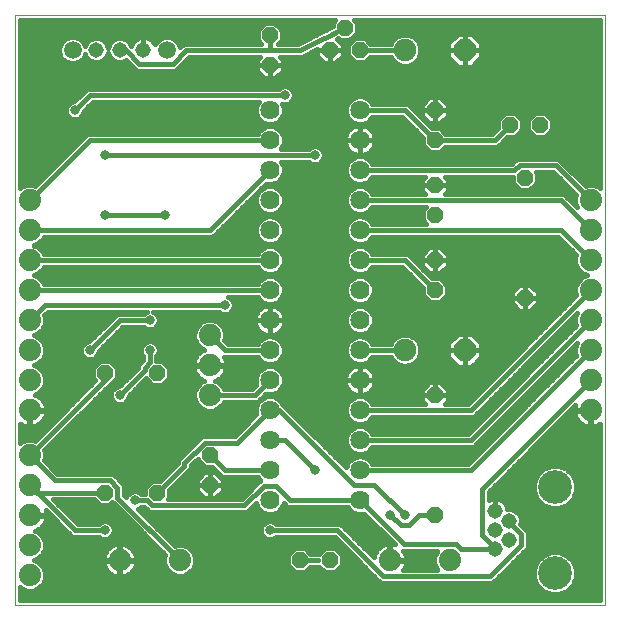
<source format=gbl>
G75*
%MOIN*%
%OFA0B0*%
%FSLAX25Y25*%
%IPPOS*%
%LPD*%
%AMOC8*
5,1,8,0,0,1.08239X$1,22.5*
%
%ADD10C,0.00000*%
%ADD11C,0.07400*%
%ADD12C,0.07500*%
%ADD13OC8,0.07500*%
%ADD14OC8,0.05200*%
%ADD15C,0.05937*%
%ADD16C,0.05150*%
%ADD17C,0.06400*%
%ADD18C,0.11220*%
%ADD19C,0.01600*%
%ADD20C,0.03169*%
D10*
X0001800Y0001800D02*
X0001800Y0198650D01*
X0198650Y0198650D01*
X0198650Y0001800D01*
X0001800Y0001800D01*
D11*
X0006800Y0011800D03*
X0006800Y0021800D03*
X0006800Y0031800D03*
X0006800Y0041800D03*
X0006800Y0051800D03*
X0006800Y0066800D03*
X0006800Y0076800D03*
X0006800Y0086800D03*
X0006800Y0096800D03*
X0006800Y0106800D03*
X0006800Y0116800D03*
X0006800Y0126800D03*
X0006800Y0136800D03*
X0066800Y0091800D03*
X0066800Y0081800D03*
X0066800Y0071800D03*
X0056800Y0016800D03*
X0036800Y0016800D03*
X0126800Y0016800D03*
X0146800Y0016800D03*
X0193800Y0066800D03*
X0193800Y0076800D03*
X0193800Y0086800D03*
X0193800Y0096800D03*
X0193800Y0106800D03*
X0193800Y0116800D03*
X0193800Y0126800D03*
X0193800Y0136800D03*
D12*
X0131800Y0086800D03*
X0131800Y0186800D03*
D13*
X0151800Y0186800D03*
X0151800Y0086800D03*
D14*
X0141800Y0071800D03*
X0171800Y0104300D03*
X0141800Y0106800D03*
X0141800Y0116800D03*
X0141800Y0131800D03*
X0141800Y0141800D03*
X0141800Y0156800D03*
X0141800Y0166800D03*
X0166800Y0161800D03*
X0176800Y0161800D03*
X0171800Y0144300D03*
X0116800Y0186800D03*
X0111800Y0194300D03*
X0106800Y0186800D03*
X0086800Y0181800D03*
X0086800Y0191800D03*
X0049300Y0079300D03*
X0031800Y0079300D03*
X0066800Y0051800D03*
X0066800Y0041800D03*
X0049300Y0039300D03*
X0031800Y0039300D03*
X0096800Y0016800D03*
X0106800Y0016800D03*
X0141800Y0031800D03*
D15*
X0052548Y0186800D03*
X0021052Y0186800D03*
D16*
X0028926Y0186800D03*
X0036800Y0186800D03*
X0044674Y0186800D03*
X0161721Y0033099D03*
X0166446Y0029950D03*
X0161721Y0026800D03*
X0166446Y0023650D03*
X0161721Y0020501D03*
D17*
X0116800Y0036800D03*
X0116800Y0046800D03*
X0116800Y0056800D03*
X0116800Y0066800D03*
X0116800Y0076800D03*
X0116800Y0086800D03*
X0116800Y0096800D03*
X0116800Y0106800D03*
X0116800Y0116800D03*
X0116800Y0126800D03*
X0116800Y0136800D03*
X0116800Y0146800D03*
X0116800Y0156800D03*
X0116800Y0166800D03*
X0086800Y0166800D03*
X0086800Y0156800D03*
X0086800Y0146800D03*
X0086800Y0136800D03*
X0086800Y0126800D03*
X0086800Y0116800D03*
X0086800Y0106800D03*
X0086800Y0096800D03*
X0086800Y0086800D03*
X0086800Y0076800D03*
X0086800Y0066800D03*
X0086800Y0056800D03*
X0086800Y0046800D03*
X0086800Y0036800D03*
D18*
X0181800Y0041170D03*
X0181800Y0012430D03*
D19*
X0186359Y0017785D02*
X0196850Y0017785D01*
X0196850Y0016187D02*
X0187832Y0016187D01*
X0187743Y0016401D02*
X0188810Y0013824D01*
X0188810Y0011035D01*
X0187743Y0008459D01*
X0185771Y0006487D01*
X0183194Y0005420D01*
X0180406Y0005420D01*
X0177829Y0006487D01*
X0175857Y0008459D01*
X0174790Y0011035D01*
X0174790Y0013824D01*
X0175857Y0016401D01*
X0177829Y0018373D01*
X0180406Y0019440D01*
X0183194Y0019440D01*
X0185771Y0018373D01*
X0187743Y0016401D01*
X0188494Y0014588D02*
X0196850Y0014588D01*
X0196850Y0012990D02*
X0188810Y0012990D01*
X0188810Y0011391D02*
X0196850Y0011391D01*
X0196850Y0009793D02*
X0188295Y0009793D01*
X0187478Y0008194D02*
X0196850Y0008194D01*
X0196850Y0006596D02*
X0185880Y0006596D01*
X0177720Y0006596D02*
X0003600Y0006596D01*
X0003911Y0007476D02*
X0005786Y0006700D01*
X0007814Y0006700D01*
X0009689Y0007476D01*
X0011124Y0008911D01*
X0011900Y0010786D01*
X0011900Y0012814D01*
X0011124Y0014689D01*
X0009689Y0016124D01*
X0008056Y0016800D01*
X0009689Y0017476D01*
X0011124Y0018911D01*
X0011900Y0020786D01*
X0011900Y0022814D01*
X0011124Y0024689D01*
X0009689Y0026124D01*
X0008563Y0026590D01*
X0008911Y0026703D01*
X0009683Y0027096D01*
X0010383Y0027605D01*
X0010995Y0028217D01*
X0011504Y0028917D01*
X0011897Y0029689D01*
X0012165Y0030512D01*
X0012300Y0031367D01*
X0012300Y0031600D01*
X0007000Y0031600D01*
X0007000Y0032000D01*
X0012300Y0032000D01*
X0012300Y0032233D01*
X0012165Y0033088D01*
X0012051Y0033438D01*
X0019600Y0025889D01*
X0019600Y0025889D01*
X0020889Y0024600D01*
X0029780Y0024600D01*
X0030110Y0024270D01*
X0031206Y0023816D01*
X0032394Y0023816D01*
X0033490Y0024270D01*
X0034330Y0025110D01*
X0034784Y0026206D01*
X0034784Y0027394D01*
X0034330Y0028490D01*
X0033490Y0029330D01*
X0032394Y0029784D01*
X0031206Y0029784D01*
X0030110Y0029330D01*
X0029780Y0029000D01*
X0022711Y0029000D01*
X0014611Y0037100D01*
X0028343Y0037100D01*
X0030143Y0035300D01*
X0033457Y0035300D01*
X0034323Y0036166D01*
X0035089Y0035400D01*
X0051985Y0018503D01*
X0051700Y0017814D01*
X0051700Y0015786D01*
X0052476Y0013911D01*
X0053911Y0012476D01*
X0055786Y0011700D01*
X0057814Y0011700D01*
X0059689Y0012476D01*
X0061124Y0013911D01*
X0061900Y0015786D01*
X0061900Y0017814D01*
X0061124Y0019689D01*
X0059689Y0021124D01*
X0057814Y0021900D01*
X0055786Y0021900D01*
X0055097Y0021615D01*
X0042748Y0033963D01*
X0043490Y0034270D01*
X0043820Y0034600D01*
X0044949Y0034600D01*
X0045360Y0034189D01*
X0045360Y0034189D01*
X0046649Y0032900D01*
X0079223Y0032900D01*
X0080512Y0034189D01*
X0082202Y0035879D01*
X0082900Y0034194D01*
X0084194Y0032900D01*
X0085885Y0032200D01*
X0087715Y0032200D01*
X0089406Y0032900D01*
X0090700Y0034194D01*
X0091398Y0035879D01*
X0092677Y0034600D01*
X0112732Y0034600D01*
X0112900Y0034194D01*
X0114194Y0032900D01*
X0115885Y0032200D01*
X0117715Y0032200D01*
X0118121Y0032368D01*
X0128438Y0022051D01*
X0128088Y0022165D01*
X0127233Y0022300D01*
X0127000Y0022300D01*
X0127000Y0017000D01*
X0126600Y0017000D01*
X0126600Y0022300D01*
X0126367Y0022300D01*
X0125512Y0022165D01*
X0124689Y0021897D01*
X0123917Y0021504D01*
X0123217Y0020995D01*
X0122605Y0020383D01*
X0122096Y0019683D01*
X0121703Y0018911D01*
X0121435Y0018088D01*
X0121393Y0017823D01*
X0111505Y0027711D01*
X0110216Y0029000D01*
X0088820Y0029000D01*
X0088490Y0029330D01*
X0087394Y0029784D01*
X0086206Y0029784D01*
X0085110Y0029330D01*
X0084270Y0028490D01*
X0083816Y0027394D01*
X0083816Y0026206D01*
X0084270Y0025110D01*
X0085110Y0024270D01*
X0086206Y0023816D01*
X0087394Y0023816D01*
X0088490Y0024270D01*
X0088820Y0024600D01*
X0108393Y0024600D01*
X0123693Y0009300D01*
X0161111Y0009300D01*
X0162399Y0010589D01*
X0172820Y0021010D01*
X0172820Y0026291D01*
X0170283Y0028828D01*
X0170420Y0029159D01*
X0170420Y0030740D01*
X0169815Y0032201D01*
X0168697Y0033319D01*
X0167236Y0033924D01*
X0166020Y0033924D01*
X0165988Y0034124D01*
X0165776Y0034779D01*
X0165463Y0035392D01*
X0165058Y0035949D01*
X0164571Y0036436D01*
X0164014Y0036841D01*
X0163401Y0037153D01*
X0162746Y0037366D01*
X0162066Y0037474D01*
X0161721Y0037474D01*
X0161377Y0037474D01*
X0160697Y0037366D01*
X0160042Y0037153D01*
X0159746Y0037003D01*
X0159746Y0039635D01*
X0188549Y0068438D01*
X0188435Y0068088D01*
X0188300Y0067233D01*
X0188300Y0067000D01*
X0193600Y0067000D01*
X0193600Y0066600D01*
X0194000Y0066600D01*
X0194000Y0061300D01*
X0194233Y0061300D01*
X0195088Y0061435D01*
X0195911Y0061703D01*
X0196683Y0062096D01*
X0196850Y0062218D01*
X0196850Y0003600D01*
X0003600Y0003600D01*
X0003600Y0007788D01*
X0003911Y0007476D01*
X0003600Y0004997D02*
X0196850Y0004997D01*
X0196850Y0019384D02*
X0183331Y0019384D01*
X0180269Y0019384D02*
X0171194Y0019384D01*
X0172793Y0020982D02*
X0196850Y0020982D01*
X0196850Y0022581D02*
X0172820Y0022581D01*
X0172820Y0024179D02*
X0196850Y0024179D01*
X0196850Y0025778D02*
X0172820Y0025778D01*
X0171735Y0027376D02*
X0196850Y0027376D01*
X0196850Y0028975D02*
X0170344Y0028975D01*
X0170420Y0030573D02*
X0196850Y0030573D01*
X0196850Y0032172D02*
X0169828Y0032172D01*
X0167609Y0033770D02*
X0196850Y0033770D01*
X0196850Y0035369D02*
X0185913Y0035369D01*
X0185771Y0035227D02*
X0187743Y0037199D01*
X0188810Y0039776D01*
X0188810Y0042564D01*
X0187743Y0045141D01*
X0185771Y0047113D01*
X0183194Y0048180D01*
X0180406Y0048180D01*
X0177829Y0047113D01*
X0175857Y0045141D01*
X0174790Y0042564D01*
X0174790Y0039776D01*
X0175857Y0037199D01*
X0177829Y0035227D01*
X0180406Y0034160D01*
X0183194Y0034160D01*
X0185771Y0035227D01*
X0187511Y0036967D02*
X0196850Y0036967D01*
X0196850Y0038566D02*
X0188309Y0038566D01*
X0188810Y0040164D02*
X0196850Y0040164D01*
X0196850Y0041763D02*
X0188810Y0041763D01*
X0188480Y0043361D02*
X0196850Y0043361D01*
X0196850Y0044960D02*
X0187818Y0044960D01*
X0186326Y0046558D02*
X0196850Y0046558D01*
X0196850Y0048157D02*
X0183251Y0048157D01*
X0180349Y0048157D02*
X0168268Y0048157D01*
X0169867Y0049755D02*
X0196850Y0049755D01*
X0196850Y0051354D02*
X0171465Y0051354D01*
X0173064Y0052952D02*
X0196850Y0052952D01*
X0196850Y0054551D02*
X0174662Y0054551D01*
X0176261Y0056149D02*
X0196850Y0056149D01*
X0196850Y0057748D02*
X0177859Y0057748D01*
X0179458Y0059346D02*
X0196850Y0059346D01*
X0196850Y0060945D02*
X0181056Y0060945D01*
X0182655Y0062543D02*
X0190302Y0062543D01*
X0190217Y0062605D02*
X0190917Y0062096D01*
X0191689Y0061703D01*
X0192512Y0061435D01*
X0193367Y0061300D01*
X0193600Y0061300D01*
X0193600Y0066600D01*
X0188300Y0066600D01*
X0188300Y0066367D01*
X0188435Y0065512D01*
X0188703Y0064689D01*
X0189096Y0063917D01*
X0189605Y0063217D01*
X0190217Y0062605D01*
X0188982Y0064142D02*
X0184253Y0064142D01*
X0185852Y0065740D02*
X0188399Y0065740D01*
X0188317Y0067339D02*
X0187450Y0067339D01*
X0193600Y0065740D02*
X0194000Y0065740D01*
X0194000Y0064142D02*
X0193600Y0064142D01*
X0193600Y0062543D02*
X0194000Y0062543D01*
X0193800Y0076800D02*
X0157546Y0040546D01*
X0157546Y0025071D01*
X0161721Y0020896D01*
X0161721Y0020501D01*
X0150595Y0020501D01*
X0148995Y0022100D01*
X0131500Y0022100D01*
X0116800Y0036800D01*
X0093588Y0036800D01*
X0088788Y0041600D01*
X0084812Y0041600D01*
X0078312Y0035100D01*
X0047560Y0035100D01*
X0045860Y0036800D01*
X0041800Y0036800D01*
X0043820Y0039000D02*
X0043490Y0039330D01*
X0042394Y0039784D01*
X0041206Y0039784D01*
X0040110Y0039330D01*
X0039270Y0038490D01*
X0038963Y0037748D01*
X0038200Y0038511D01*
X0038200Y0041951D01*
X0036911Y0043240D01*
X0035740Y0044411D01*
X0034451Y0045700D01*
X0016011Y0045700D01*
X0011615Y0050097D01*
X0011900Y0050786D01*
X0011900Y0052814D01*
X0011615Y0053503D01*
X0033411Y0075300D01*
X0033457Y0075300D01*
X0035800Y0077643D01*
X0035800Y0080957D01*
X0033457Y0083300D01*
X0030143Y0083300D01*
X0027800Y0080957D01*
X0027800Y0077643D01*
X0028666Y0076777D01*
X0008503Y0056615D01*
X0007814Y0056900D01*
X0005786Y0056900D01*
X0003911Y0056124D01*
X0003600Y0055812D01*
X0003600Y0062327D01*
X0003917Y0062096D01*
X0004689Y0061703D01*
X0005512Y0061435D01*
X0006367Y0061300D01*
X0006600Y0061300D01*
X0006600Y0066600D01*
X0007000Y0066600D01*
X0007000Y0067000D01*
X0012300Y0067000D01*
X0012300Y0067233D01*
X0012165Y0068088D01*
X0011897Y0068911D01*
X0011504Y0069683D01*
X0010995Y0070383D01*
X0010383Y0070995D01*
X0009683Y0071504D01*
X0008911Y0071897D01*
X0008563Y0072010D01*
X0009689Y0072476D01*
X0011124Y0073911D01*
X0011900Y0075786D01*
X0011900Y0077814D01*
X0011124Y0079689D01*
X0009689Y0081124D01*
X0008056Y0081800D01*
X0009689Y0082476D01*
X0011124Y0083911D01*
X0011900Y0085786D01*
X0011900Y0087814D01*
X0011124Y0089689D01*
X0009689Y0091124D01*
X0008056Y0091800D01*
X0009689Y0092476D01*
X0011124Y0093911D01*
X0011900Y0095786D01*
X0011900Y0097814D01*
X0011615Y0098503D01*
X0012711Y0099600D01*
X0045762Y0099600D01*
X0045110Y0099330D01*
X0044780Y0099000D01*
X0035889Y0099000D01*
X0026673Y0089784D01*
X0026206Y0089784D01*
X0025110Y0089330D01*
X0024270Y0088490D01*
X0023816Y0087394D01*
X0023816Y0086206D01*
X0024270Y0085110D01*
X0025110Y0084270D01*
X0026206Y0083816D01*
X0027394Y0083816D01*
X0028490Y0084270D01*
X0029330Y0085110D01*
X0029784Y0086206D01*
X0029784Y0086673D01*
X0037711Y0094600D01*
X0044780Y0094600D01*
X0045110Y0094270D01*
X0046206Y0093816D01*
X0047394Y0093816D01*
X0048490Y0094270D01*
X0049330Y0095110D01*
X0049784Y0096206D01*
X0049784Y0097394D01*
X0049330Y0098490D01*
X0048490Y0099330D01*
X0047838Y0099600D01*
X0069780Y0099600D01*
X0070110Y0099270D01*
X0071206Y0098816D01*
X0072394Y0098816D01*
X0073490Y0099270D01*
X0074330Y0100110D01*
X0074784Y0101206D01*
X0074784Y0102394D01*
X0074330Y0103490D01*
X0073490Y0104330D01*
X0072838Y0104600D01*
X0082732Y0104600D01*
X0082900Y0104194D01*
X0084194Y0102900D01*
X0085885Y0102200D01*
X0087715Y0102200D01*
X0089406Y0102900D01*
X0090700Y0104194D01*
X0091400Y0105885D01*
X0091400Y0107715D01*
X0090700Y0109406D01*
X0089406Y0110700D01*
X0087715Y0111400D01*
X0085885Y0111400D01*
X0084194Y0110700D01*
X0082900Y0109406D01*
X0082732Y0109000D01*
X0011409Y0109000D01*
X0011124Y0109689D01*
X0009689Y0111124D01*
X0008056Y0111800D01*
X0009689Y0112476D01*
X0011124Y0113911D01*
X0011409Y0114600D01*
X0082732Y0114600D01*
X0082900Y0114194D01*
X0084194Y0112900D01*
X0085885Y0112200D01*
X0087715Y0112200D01*
X0089406Y0112900D01*
X0090700Y0114194D01*
X0091400Y0115885D01*
X0091400Y0117715D01*
X0090700Y0119406D01*
X0089406Y0120700D01*
X0087715Y0121400D01*
X0085885Y0121400D01*
X0084194Y0120700D01*
X0082900Y0119406D01*
X0082732Y0119000D01*
X0011409Y0119000D01*
X0011124Y0119689D01*
X0009689Y0121124D01*
X0008056Y0121800D01*
X0009689Y0122476D01*
X0011124Y0123911D01*
X0011409Y0124600D01*
X0067711Y0124600D01*
X0085479Y0142368D01*
X0085885Y0142200D01*
X0087715Y0142200D01*
X0089406Y0142900D01*
X0090700Y0144194D01*
X0091400Y0145885D01*
X0091400Y0147715D01*
X0090700Y0149406D01*
X0090505Y0149600D01*
X0099780Y0149600D01*
X0100110Y0149270D01*
X0101206Y0148816D01*
X0102394Y0148816D01*
X0103490Y0149270D01*
X0104330Y0150110D01*
X0104784Y0151206D01*
X0104784Y0152394D01*
X0104330Y0153490D01*
X0103490Y0154330D01*
X0102394Y0154784D01*
X0101206Y0154784D01*
X0100110Y0154330D01*
X0099780Y0154000D01*
X0090505Y0154000D01*
X0090700Y0154194D01*
X0091400Y0155885D01*
X0091400Y0157715D01*
X0090700Y0159406D01*
X0089406Y0160700D01*
X0087715Y0161400D01*
X0085885Y0161400D01*
X0084194Y0160700D01*
X0082900Y0159406D01*
X0082732Y0159000D01*
X0025889Y0159000D01*
X0008503Y0141615D01*
X0007814Y0141900D01*
X0005786Y0141900D01*
X0003911Y0141124D01*
X0003600Y0140812D01*
X0003600Y0196850D01*
X0108694Y0196850D01*
X0107800Y0195957D01*
X0107800Y0194830D01*
X0104541Y0193200D01*
X0104149Y0193200D01*
X0103757Y0192808D01*
X0103261Y0192560D01*
X0103233Y0192476D01*
X0096281Y0189000D01*
X0089657Y0189000D01*
X0090800Y0190143D01*
X0090800Y0193457D01*
X0088457Y0195800D01*
X0085143Y0195800D01*
X0082800Y0193457D01*
X0082800Y0190143D01*
X0083943Y0189000D01*
X0058098Y0189000D01*
X0056873Y0187775D01*
X0056251Y0189275D01*
X0055023Y0190503D01*
X0053417Y0191168D01*
X0051679Y0191168D01*
X0050073Y0190503D01*
X0048845Y0189275D01*
X0048611Y0188710D01*
X0048416Y0189093D01*
X0048011Y0189650D01*
X0047524Y0190137D01*
X0046967Y0190542D01*
X0046353Y0190854D01*
X0045698Y0191067D01*
X0045018Y0191175D01*
X0044674Y0191175D01*
X0044330Y0191175D01*
X0043650Y0191067D01*
X0042995Y0190854D01*
X0042381Y0190542D01*
X0041824Y0190137D01*
X0041337Y0189650D01*
X0040932Y0189093D01*
X0040620Y0188479D01*
X0040526Y0188191D01*
X0040170Y0189052D01*
X0039052Y0190170D01*
X0037591Y0190775D01*
X0036009Y0190775D01*
X0034548Y0190170D01*
X0033430Y0189052D01*
X0032863Y0187682D01*
X0032296Y0189052D01*
X0031178Y0190170D01*
X0029717Y0190775D01*
X0028135Y0190775D01*
X0026674Y0190170D01*
X0025556Y0189052D01*
X0025202Y0188196D01*
X0024755Y0189275D01*
X0023527Y0190503D01*
X0021921Y0191168D01*
X0020183Y0191168D01*
X0018577Y0190503D01*
X0017349Y0189275D01*
X0016683Y0187669D01*
X0016683Y0185931D01*
X0017349Y0184325D01*
X0018577Y0183097D01*
X0020183Y0182431D01*
X0021921Y0182431D01*
X0023527Y0183097D01*
X0024755Y0184325D01*
X0025202Y0185404D01*
X0025556Y0184548D01*
X0026674Y0183430D01*
X0028135Y0182825D01*
X0029717Y0182825D01*
X0031178Y0183430D01*
X0032296Y0184548D01*
X0032863Y0185918D01*
X0033430Y0184548D01*
X0034548Y0183430D01*
X0036009Y0182825D01*
X0037591Y0182825D01*
X0039035Y0183424D01*
X0041138Y0181320D01*
X0042427Y0180031D01*
X0055352Y0180031D01*
X0056640Y0181320D01*
X0059920Y0184600D01*
X0083377Y0184600D01*
X0082400Y0183623D01*
X0082400Y0181800D01*
X0086800Y0181800D01*
X0091200Y0181800D01*
X0091200Y0183623D01*
X0090223Y0184600D01*
X0096443Y0184600D01*
X0096969Y0184425D01*
X0097319Y0184600D01*
X0097711Y0184600D01*
X0098103Y0184992D01*
X0102400Y0187140D01*
X0102400Y0186800D01*
X0106800Y0186800D01*
X0111200Y0186800D01*
X0111200Y0188623D01*
X0109208Y0190614D01*
X0109622Y0190821D01*
X0110143Y0190300D01*
X0113457Y0190300D01*
X0115800Y0192643D01*
X0115800Y0195957D01*
X0114906Y0196850D01*
X0196850Y0196850D01*
X0196850Y0140962D01*
X0196689Y0141124D01*
X0194814Y0141900D01*
X0192786Y0141900D01*
X0192097Y0141615D01*
X0183011Y0150700D01*
X0169149Y0150700D01*
X0167860Y0149411D01*
X0167449Y0149000D01*
X0120868Y0149000D01*
X0120700Y0149406D01*
X0119406Y0150700D01*
X0117715Y0151400D01*
X0115885Y0151400D01*
X0114194Y0150700D01*
X0112900Y0149406D01*
X0112200Y0147715D01*
X0112200Y0145885D01*
X0112900Y0144194D01*
X0114194Y0142900D01*
X0115885Y0142200D01*
X0117715Y0142200D01*
X0119406Y0142900D01*
X0120700Y0144194D01*
X0120868Y0144600D01*
X0138377Y0144600D01*
X0137400Y0143623D01*
X0137400Y0141800D01*
X0141800Y0141800D01*
X0146200Y0141800D01*
X0146200Y0143623D01*
X0145223Y0144600D01*
X0167800Y0144600D01*
X0167800Y0142643D01*
X0170143Y0140300D01*
X0173457Y0140300D01*
X0175800Y0142643D01*
X0175800Y0145957D01*
X0175457Y0146300D01*
X0181189Y0146300D01*
X0188985Y0138503D01*
X0188700Y0137814D01*
X0188700Y0135786D01*
X0189248Y0134464D01*
X0184711Y0139000D01*
X0182889Y0139000D01*
X0145223Y0139000D01*
X0146200Y0139977D01*
X0146200Y0141800D01*
X0141800Y0141800D01*
X0141800Y0141800D01*
X0141800Y0141800D01*
X0137400Y0141800D01*
X0137400Y0139977D01*
X0138377Y0139000D01*
X0120868Y0139000D01*
X0120700Y0139406D01*
X0119406Y0140700D01*
X0117715Y0141400D01*
X0115885Y0141400D01*
X0114194Y0140700D01*
X0112900Y0139406D01*
X0112200Y0137715D01*
X0112200Y0135885D01*
X0112900Y0134194D01*
X0114194Y0132900D01*
X0115885Y0132200D01*
X0117715Y0132200D01*
X0119406Y0132900D01*
X0120700Y0134194D01*
X0120868Y0134600D01*
X0138943Y0134600D01*
X0137800Y0133457D01*
X0137800Y0130143D01*
X0138943Y0129000D01*
X0120868Y0129000D01*
X0120700Y0129406D01*
X0119406Y0130700D01*
X0117715Y0131400D01*
X0115885Y0131400D01*
X0114194Y0130700D01*
X0112900Y0129406D01*
X0112200Y0127715D01*
X0112200Y0125885D01*
X0112900Y0124194D01*
X0114194Y0122900D01*
X0115885Y0122200D01*
X0117715Y0122200D01*
X0119406Y0122900D01*
X0120700Y0124194D01*
X0120868Y0124600D01*
X0182889Y0124600D01*
X0188985Y0118503D01*
X0188700Y0117814D01*
X0188700Y0115786D01*
X0189476Y0113911D01*
X0190911Y0112476D01*
X0192544Y0111800D01*
X0190911Y0111124D01*
X0189476Y0109689D01*
X0188700Y0107814D01*
X0188700Y0105786D01*
X0188985Y0105097D01*
X0152889Y0069000D01*
X0145223Y0069000D01*
X0146200Y0069977D01*
X0146200Y0071800D01*
X0146200Y0073623D01*
X0143623Y0076200D01*
X0141800Y0076200D01*
X0141800Y0071800D01*
X0141800Y0071800D01*
X0146200Y0071800D01*
X0141800Y0071800D01*
X0141800Y0071800D01*
X0141800Y0071800D01*
X0137400Y0071800D01*
X0137400Y0073623D01*
X0139977Y0076200D01*
X0141800Y0076200D01*
X0141800Y0071800D01*
X0137400Y0071800D01*
X0137400Y0069977D01*
X0138377Y0069000D01*
X0120868Y0069000D01*
X0120700Y0069406D01*
X0119406Y0070700D01*
X0117715Y0071400D01*
X0115885Y0071400D01*
X0114194Y0070700D01*
X0112900Y0069406D01*
X0112200Y0067715D01*
X0112200Y0065885D01*
X0112900Y0064194D01*
X0114194Y0062900D01*
X0115885Y0062200D01*
X0117715Y0062200D01*
X0119406Y0062900D01*
X0120700Y0064194D01*
X0120868Y0064600D01*
X0154711Y0064600D01*
X0189248Y0099136D01*
X0188700Y0097814D01*
X0188700Y0095786D01*
X0188985Y0095097D01*
X0152889Y0059000D01*
X0120868Y0059000D01*
X0120700Y0059406D01*
X0119406Y0060700D01*
X0117715Y0061400D01*
X0115885Y0061400D01*
X0114194Y0060700D01*
X0112900Y0059406D01*
X0112200Y0057715D01*
X0112200Y0055885D01*
X0112900Y0054194D01*
X0114194Y0052900D01*
X0115885Y0052200D01*
X0117715Y0052200D01*
X0119406Y0052900D01*
X0120700Y0054194D01*
X0120868Y0054600D01*
X0154711Y0054600D01*
X0156000Y0055889D01*
X0189248Y0089136D01*
X0188700Y0087814D01*
X0188700Y0085786D01*
X0188985Y0085097D01*
X0152889Y0049000D01*
X0120868Y0049000D01*
X0120700Y0049406D01*
X0119406Y0050700D01*
X0117715Y0051400D01*
X0115885Y0051400D01*
X0114194Y0050700D01*
X0112900Y0049406D01*
X0112202Y0047721D01*
X0090923Y0069000D01*
X0090868Y0069000D01*
X0090700Y0069406D01*
X0089406Y0070700D01*
X0087715Y0071400D01*
X0085885Y0071400D01*
X0084194Y0070700D01*
X0082900Y0069406D01*
X0082200Y0067715D01*
X0082200Y0065885D01*
X0082368Y0065479D01*
X0075089Y0058200D01*
X0064149Y0058200D01*
X0056160Y0050211D01*
X0056160Y0049272D01*
X0050189Y0043300D01*
X0047643Y0043300D01*
X0045300Y0040957D01*
X0045300Y0039000D01*
X0043820Y0039000D01*
X0045300Y0040164D02*
X0038200Y0040164D01*
X0038200Y0038566D02*
X0039345Y0038566D01*
X0038200Y0041763D02*
X0046106Y0041763D01*
X0049300Y0039300D02*
X0058360Y0048360D01*
X0058360Y0049300D01*
X0065060Y0056000D01*
X0076000Y0056000D01*
X0086800Y0066800D01*
X0090012Y0066800D01*
X0114812Y0042000D01*
X0121600Y0042000D01*
X0131800Y0031800D01*
X0130398Y0028416D02*
X0127014Y0031800D01*
X0126800Y0031800D01*
X0130398Y0028416D02*
X0133202Y0028416D01*
X0136586Y0031800D01*
X0141800Y0031800D01*
X0142688Y0019900D02*
X0131346Y0019900D01*
X0131504Y0019683D01*
X0131897Y0018911D01*
X0132165Y0018088D01*
X0132300Y0017233D01*
X0132300Y0017000D01*
X0127000Y0017000D01*
X0127000Y0016600D01*
X0132300Y0016600D01*
X0132300Y0016367D01*
X0132165Y0015512D01*
X0131897Y0014689D01*
X0131504Y0013917D01*
X0131346Y0013700D01*
X0142688Y0013700D01*
X0142476Y0013911D01*
X0141700Y0015786D01*
X0141700Y0017814D01*
X0142476Y0019689D01*
X0142688Y0019900D01*
X0142350Y0019384D02*
X0131656Y0019384D01*
X0132213Y0017785D02*
X0141700Y0017785D01*
X0141700Y0016187D02*
X0132271Y0016187D01*
X0131846Y0014588D02*
X0142196Y0014588D01*
X0127000Y0017785D02*
X0126600Y0017785D01*
X0126600Y0019384D02*
X0127000Y0019384D01*
X0127000Y0020982D02*
X0126600Y0020982D01*
X0127908Y0022581D02*
X0116635Y0022581D01*
X0115037Y0024179D02*
X0126310Y0024179D01*
X0124711Y0025778D02*
X0113438Y0025778D01*
X0111840Y0027376D02*
X0123113Y0027376D01*
X0121514Y0028975D02*
X0110241Y0028975D01*
X0109305Y0026800D02*
X0086800Y0026800D01*
X0084754Y0028975D02*
X0047737Y0028975D01*
X0049335Y0027376D02*
X0083816Y0027376D01*
X0083993Y0025778D02*
X0050934Y0025778D01*
X0052532Y0024179D02*
X0085329Y0024179D01*
X0088271Y0024179D02*
X0108814Y0024179D01*
X0110413Y0022581D02*
X0054131Y0022581D01*
X0051105Y0019384D02*
X0041656Y0019384D01*
X0041504Y0019683D02*
X0040995Y0020383D01*
X0040383Y0020995D01*
X0039683Y0021504D01*
X0038911Y0021897D01*
X0038088Y0022165D01*
X0037233Y0022300D01*
X0037000Y0022300D01*
X0037000Y0017000D01*
X0036600Y0017000D01*
X0036600Y0022300D01*
X0036367Y0022300D01*
X0035512Y0022165D01*
X0034689Y0021897D01*
X0033917Y0021504D01*
X0033217Y0020995D01*
X0032605Y0020383D01*
X0032096Y0019683D01*
X0031703Y0018911D01*
X0031435Y0018088D01*
X0031300Y0017233D01*
X0031300Y0017000D01*
X0036600Y0017000D01*
X0036600Y0016600D01*
X0031300Y0016600D01*
X0031300Y0016367D01*
X0031435Y0015512D01*
X0031703Y0014689D01*
X0032096Y0013917D01*
X0032605Y0013217D01*
X0033217Y0012605D01*
X0033917Y0012096D01*
X0034689Y0011703D01*
X0035512Y0011435D01*
X0036367Y0011300D01*
X0036600Y0011300D01*
X0036600Y0016600D01*
X0037000Y0016600D01*
X0037000Y0017000D01*
X0042300Y0017000D01*
X0042300Y0017233D01*
X0042165Y0018088D01*
X0041897Y0018911D01*
X0041504Y0019683D01*
X0040396Y0020982D02*
X0049507Y0020982D01*
X0047908Y0022581D02*
X0011900Y0022581D01*
X0011900Y0020982D02*
X0033204Y0020982D01*
X0031944Y0019384D02*
X0011319Y0019384D01*
X0009998Y0017785D02*
X0031387Y0017785D01*
X0031329Y0016187D02*
X0009537Y0016187D01*
X0011165Y0014588D02*
X0031754Y0014588D01*
X0032832Y0012990D02*
X0011827Y0012990D01*
X0011900Y0011391D02*
X0035792Y0011391D01*
X0036600Y0011391D02*
X0037000Y0011391D01*
X0037000Y0011300D02*
X0037233Y0011300D01*
X0038088Y0011435D01*
X0038911Y0011703D01*
X0039683Y0012096D01*
X0040383Y0012605D01*
X0040995Y0013217D01*
X0041504Y0013917D01*
X0041897Y0014689D01*
X0042165Y0015512D01*
X0042300Y0016367D01*
X0042300Y0016600D01*
X0037000Y0016600D01*
X0037000Y0011300D01*
X0037808Y0011391D02*
X0121602Y0011391D01*
X0120004Y0012990D02*
X0108646Y0012990D01*
X0108457Y0012800D02*
X0110800Y0015143D01*
X0110800Y0018457D01*
X0108457Y0020800D01*
X0105143Y0020800D01*
X0103343Y0019000D01*
X0100257Y0019000D01*
X0098457Y0020800D01*
X0095143Y0020800D01*
X0092800Y0018457D01*
X0092800Y0015143D01*
X0095143Y0012800D01*
X0098457Y0012800D01*
X0100257Y0014600D01*
X0103343Y0014600D01*
X0105143Y0012800D01*
X0108457Y0012800D01*
X0110245Y0014588D02*
X0118405Y0014588D01*
X0116807Y0016187D02*
X0110800Y0016187D01*
X0110800Y0017785D02*
X0115208Y0017785D01*
X0113610Y0019384D02*
X0109873Y0019384D01*
X0112011Y0020982D02*
X0059830Y0020982D01*
X0061250Y0019384D02*
X0093727Y0019384D01*
X0092800Y0017785D02*
X0061900Y0017785D01*
X0061900Y0016187D02*
X0092800Y0016187D01*
X0093355Y0014588D02*
X0061404Y0014588D01*
X0060202Y0012990D02*
X0094954Y0012990D01*
X0098646Y0012990D02*
X0104954Y0012990D01*
X0103355Y0014588D02*
X0100245Y0014588D01*
X0102800Y0016800D02*
X0096800Y0016800D01*
X0099873Y0019384D02*
X0103727Y0019384D01*
X0109305Y0026800D02*
X0124605Y0011500D01*
X0160199Y0011500D01*
X0170620Y0021921D01*
X0170620Y0025380D01*
X0166446Y0029554D01*
X0166446Y0029950D01*
X0161721Y0033099D02*
X0161721Y0033099D01*
X0161721Y0037474D01*
X0161721Y0033099D01*
X0161721Y0033770D02*
X0161721Y0033770D01*
X0161721Y0035369D02*
X0161721Y0035369D01*
X0161721Y0036967D02*
X0161721Y0036967D01*
X0163766Y0036967D02*
X0176089Y0036967D01*
X0175291Y0038566D02*
X0159746Y0038566D01*
X0160276Y0040164D02*
X0174790Y0040164D01*
X0174790Y0041763D02*
X0161874Y0041763D01*
X0163473Y0043361D02*
X0175120Y0043361D01*
X0175782Y0044960D02*
X0165071Y0044960D01*
X0166670Y0046558D02*
X0177274Y0046558D01*
X0177687Y0035369D02*
X0165475Y0035369D01*
X0153800Y0046800D02*
X0193800Y0086800D01*
X0188700Y0086521D02*
X0186632Y0086521D01*
X0185034Y0084923D02*
X0188811Y0084923D01*
X0187213Y0083324D02*
X0183435Y0083324D01*
X0181837Y0081726D02*
X0185614Y0081726D01*
X0184016Y0080127D02*
X0180238Y0080127D01*
X0178640Y0078529D02*
X0182417Y0078529D01*
X0180819Y0076930D02*
X0177041Y0076930D01*
X0175443Y0075332D02*
X0179220Y0075332D01*
X0177622Y0073733D02*
X0173844Y0073733D01*
X0172246Y0072134D02*
X0176023Y0072134D01*
X0174425Y0070536D02*
X0170647Y0070536D01*
X0169049Y0068937D02*
X0172826Y0068937D01*
X0171228Y0067339D02*
X0167450Y0067339D01*
X0165852Y0065740D02*
X0169629Y0065740D01*
X0168031Y0064142D02*
X0164253Y0064142D01*
X0162655Y0062543D02*
X0166432Y0062543D01*
X0164834Y0060945D02*
X0161056Y0060945D01*
X0159458Y0059346D02*
X0163235Y0059346D01*
X0161637Y0057748D02*
X0157859Y0057748D01*
X0156261Y0056149D02*
X0160038Y0056149D01*
X0158440Y0054551D02*
X0120847Y0054551D01*
X0119458Y0052952D02*
X0156841Y0052952D01*
X0155243Y0051354D02*
X0117826Y0051354D01*
X0115774Y0051354D02*
X0108569Y0051354D01*
X0106971Y0052952D02*
X0114142Y0052952D01*
X0112753Y0054551D02*
X0105372Y0054551D01*
X0103774Y0056149D02*
X0112200Y0056149D01*
X0112214Y0057748D02*
X0102175Y0057748D01*
X0100577Y0059346D02*
X0112876Y0059346D01*
X0114786Y0060945D02*
X0098978Y0060945D01*
X0097380Y0062543D02*
X0115056Y0062543D01*
X0112953Y0064142D02*
X0095781Y0064142D01*
X0094183Y0065740D02*
X0112260Y0065740D01*
X0112200Y0067339D02*
X0092584Y0067339D01*
X0090986Y0068937D02*
X0112706Y0068937D01*
X0114031Y0070536D02*
X0089569Y0070536D01*
X0089406Y0072900D02*
X0087715Y0072200D01*
X0085885Y0072200D01*
X0085479Y0072368D01*
X0082711Y0069600D01*
X0071409Y0069600D01*
X0071124Y0068911D01*
X0069689Y0067476D01*
X0067814Y0066700D01*
X0065786Y0066700D01*
X0063911Y0067476D01*
X0062476Y0068911D01*
X0061700Y0070786D01*
X0061700Y0072814D01*
X0062476Y0074689D01*
X0063911Y0076124D01*
X0065037Y0076590D01*
X0064689Y0076703D01*
X0063917Y0077096D01*
X0063217Y0077605D01*
X0062605Y0078217D01*
X0062096Y0078917D01*
X0061703Y0079689D01*
X0061435Y0080512D01*
X0061300Y0081367D01*
X0061300Y0081600D01*
X0066600Y0081600D01*
X0066600Y0082000D01*
X0061300Y0082000D01*
X0061300Y0082233D01*
X0061435Y0083088D01*
X0061703Y0083911D01*
X0062096Y0084683D01*
X0062605Y0085383D01*
X0063217Y0085995D01*
X0063917Y0086504D01*
X0064689Y0086897D01*
X0065037Y0087010D01*
X0063911Y0087476D01*
X0062476Y0088911D01*
X0061700Y0090786D01*
X0061700Y0092814D01*
X0062476Y0094689D01*
X0063911Y0096124D01*
X0065786Y0096900D01*
X0067814Y0096900D01*
X0069689Y0096124D01*
X0071124Y0094689D01*
X0071900Y0092814D01*
X0071900Y0090786D01*
X0071615Y0090097D01*
X0072711Y0089000D01*
X0082732Y0089000D01*
X0082900Y0089406D01*
X0084194Y0090700D01*
X0085885Y0091400D01*
X0087715Y0091400D01*
X0089406Y0090700D01*
X0090700Y0089406D01*
X0091400Y0087715D01*
X0091400Y0085885D01*
X0090700Y0084194D01*
X0089406Y0082900D01*
X0087715Y0082200D01*
X0085885Y0082200D01*
X0084194Y0082900D01*
X0082900Y0084194D01*
X0082732Y0084600D01*
X0071546Y0084600D01*
X0071897Y0083911D01*
X0072165Y0083088D01*
X0072300Y0082233D01*
X0072300Y0082000D01*
X0067000Y0082000D01*
X0067000Y0081600D01*
X0072300Y0081600D01*
X0072300Y0081367D01*
X0072165Y0080512D01*
X0071897Y0079689D01*
X0071504Y0078917D01*
X0070995Y0078217D01*
X0070383Y0077605D01*
X0069683Y0077096D01*
X0068911Y0076703D01*
X0068563Y0076590D01*
X0069689Y0076124D01*
X0071124Y0074689D01*
X0071409Y0074000D01*
X0080889Y0074000D01*
X0082368Y0075479D01*
X0082200Y0075885D01*
X0082200Y0077715D01*
X0082900Y0079406D01*
X0084194Y0080700D01*
X0085885Y0081400D01*
X0087715Y0081400D01*
X0089406Y0080700D01*
X0090700Y0079406D01*
X0091400Y0077715D01*
X0091400Y0075885D01*
X0090700Y0074194D01*
X0089406Y0072900D01*
X0090238Y0073733D02*
X0112848Y0073733D01*
X0112986Y0073543D02*
X0113543Y0072986D01*
X0114179Y0072524D01*
X0114881Y0072166D01*
X0115629Y0071923D01*
X0116406Y0071800D01*
X0116800Y0071800D01*
X0117194Y0071800D01*
X0117971Y0071923D01*
X0118719Y0072166D01*
X0119421Y0072524D01*
X0120057Y0072986D01*
X0120614Y0073543D01*
X0121076Y0074179D01*
X0121434Y0074881D01*
X0121677Y0075629D01*
X0121800Y0076406D01*
X0121800Y0076800D01*
X0121800Y0077194D01*
X0121677Y0077971D01*
X0121434Y0078719D01*
X0121076Y0079421D01*
X0120614Y0080057D01*
X0120057Y0080614D01*
X0119421Y0081076D01*
X0118719Y0081434D01*
X0117971Y0081677D01*
X0117194Y0081800D01*
X0116800Y0081800D01*
X0116800Y0076800D01*
X0121800Y0076800D01*
X0116800Y0076800D01*
X0116800Y0076800D01*
X0116800Y0076800D01*
X0116800Y0071800D01*
X0116800Y0076800D01*
X0116800Y0076800D01*
X0116800Y0076800D01*
X0111800Y0076800D01*
X0111800Y0077194D01*
X0111923Y0077971D01*
X0112166Y0078719D01*
X0112524Y0079421D01*
X0112986Y0080057D01*
X0113543Y0080614D01*
X0114179Y0081076D01*
X0114881Y0081434D01*
X0115629Y0081677D01*
X0116406Y0081800D01*
X0116800Y0081800D01*
X0116800Y0076800D01*
X0111800Y0076800D01*
X0111800Y0076406D01*
X0111923Y0075629D01*
X0112166Y0074881D01*
X0112524Y0074179D01*
X0112986Y0073543D01*
X0112020Y0075332D02*
X0091171Y0075332D01*
X0091400Y0076930D02*
X0111800Y0076930D01*
X0112104Y0078529D02*
X0091063Y0078529D01*
X0089978Y0080127D02*
X0113056Y0080127D01*
X0114194Y0082900D02*
X0115885Y0082200D01*
X0117715Y0082200D01*
X0119406Y0082900D01*
X0120700Y0084194D01*
X0120868Y0084600D01*
X0127137Y0084600D01*
X0127434Y0083883D01*
X0128883Y0082434D01*
X0130776Y0081650D01*
X0132824Y0081650D01*
X0134717Y0082434D01*
X0136166Y0083883D01*
X0136950Y0085776D01*
X0136950Y0087824D01*
X0136166Y0089717D01*
X0134717Y0091166D01*
X0132824Y0091950D01*
X0130776Y0091950D01*
X0128883Y0091166D01*
X0127434Y0089717D01*
X0127137Y0089000D01*
X0120868Y0089000D01*
X0120700Y0089406D01*
X0119406Y0090700D01*
X0117715Y0091400D01*
X0115885Y0091400D01*
X0114194Y0090700D01*
X0112900Y0089406D01*
X0112200Y0087715D01*
X0112200Y0085885D01*
X0112900Y0084194D01*
X0114194Y0082900D01*
X0113771Y0083324D02*
X0089829Y0083324D01*
X0091001Y0084923D02*
X0112599Y0084923D01*
X0112200Y0086521D02*
X0091400Y0086521D01*
X0091232Y0088120D02*
X0112368Y0088120D01*
X0113213Y0089718D02*
X0090387Y0089718D01*
X0087916Y0091317D02*
X0115684Y0091317D01*
X0115885Y0092200D02*
X0114194Y0092900D01*
X0112900Y0094194D01*
X0112200Y0095885D01*
X0112200Y0097715D01*
X0112900Y0099406D01*
X0114194Y0100700D01*
X0115885Y0101400D01*
X0117715Y0101400D01*
X0119406Y0100700D01*
X0120700Y0099406D01*
X0121400Y0097715D01*
X0121400Y0095885D01*
X0120700Y0094194D01*
X0119406Y0092900D01*
X0117715Y0092200D01*
X0115885Y0092200D01*
X0114179Y0092915D02*
X0089959Y0092915D01*
X0090057Y0092986D02*
X0090614Y0093543D01*
X0091076Y0094179D01*
X0091434Y0094881D01*
X0091677Y0095629D01*
X0091800Y0096406D01*
X0091800Y0096800D01*
X0091800Y0097194D01*
X0091677Y0097971D01*
X0091434Y0098719D01*
X0091076Y0099421D01*
X0090614Y0100057D01*
X0090057Y0100614D01*
X0089421Y0101076D01*
X0088719Y0101434D01*
X0087971Y0101677D01*
X0087194Y0101800D01*
X0086800Y0101800D01*
X0086800Y0096800D01*
X0091800Y0096800D01*
X0086800Y0096800D01*
X0086800Y0096800D01*
X0086800Y0096800D01*
X0086800Y0091800D01*
X0087194Y0091800D01*
X0087971Y0091923D01*
X0088719Y0092166D01*
X0089421Y0092524D01*
X0090057Y0092986D01*
X0091247Y0094514D02*
X0112768Y0094514D01*
X0112200Y0096112D02*
X0091753Y0096112D01*
X0091718Y0097711D02*
X0112200Y0097711D01*
X0112860Y0099309D02*
X0091133Y0099309D01*
X0089653Y0100908D02*
X0114697Y0100908D01*
X0115146Y0102506D02*
X0088454Y0102506D01*
X0086800Y0101800D02*
X0086406Y0101800D01*
X0085629Y0101677D01*
X0084881Y0101434D01*
X0084179Y0101076D01*
X0083543Y0100614D01*
X0082986Y0100057D01*
X0082524Y0099421D01*
X0082166Y0098719D01*
X0081923Y0097971D01*
X0081800Y0097194D01*
X0081800Y0096800D01*
X0086800Y0096800D01*
X0086800Y0096800D01*
X0086800Y0096800D01*
X0086800Y0101800D01*
X0086800Y0100908D02*
X0086800Y0100908D01*
X0086800Y0099309D02*
X0086800Y0099309D01*
X0086800Y0097711D02*
X0086800Y0097711D01*
X0086800Y0096800D02*
X0081800Y0096800D01*
X0081800Y0096406D01*
X0081923Y0095629D01*
X0082166Y0094881D01*
X0082524Y0094179D01*
X0082986Y0093543D01*
X0083543Y0092986D01*
X0084179Y0092524D01*
X0084881Y0092166D01*
X0085629Y0091923D01*
X0086406Y0091800D01*
X0086800Y0091800D01*
X0086800Y0096800D01*
X0086800Y0096112D02*
X0086800Y0096112D01*
X0086800Y0094514D02*
X0086800Y0094514D01*
X0086800Y0092915D02*
X0086800Y0092915D01*
X0085684Y0091317D02*
X0071900Y0091317D01*
X0071858Y0092915D02*
X0083641Y0092915D01*
X0082353Y0094514D02*
X0071196Y0094514D01*
X0069700Y0096112D02*
X0081847Y0096112D01*
X0081882Y0097711D02*
X0049653Y0097711D01*
X0049745Y0096112D02*
X0063900Y0096112D01*
X0062404Y0094514D02*
X0048734Y0094514D01*
X0046800Y0096800D02*
X0036800Y0096800D01*
X0026800Y0086800D01*
X0029784Y0086521D02*
X0043816Y0086521D01*
X0043816Y0086206D02*
X0044270Y0085110D01*
X0044600Y0084780D01*
X0044600Y0083651D01*
X0044189Y0083240D01*
X0042900Y0081951D01*
X0042900Y0081011D01*
X0036673Y0074784D01*
X0036206Y0074784D01*
X0035110Y0074330D01*
X0034270Y0073490D01*
X0033816Y0072394D01*
X0033816Y0071206D01*
X0034270Y0070110D01*
X0035110Y0069270D01*
X0036206Y0068816D01*
X0037394Y0068816D01*
X0038490Y0069270D01*
X0039330Y0070110D01*
X0039784Y0071206D01*
X0039784Y0071673D01*
X0045527Y0077416D01*
X0047643Y0075300D01*
X0050957Y0075300D01*
X0053300Y0077643D01*
X0053300Y0080957D01*
X0050957Y0083300D01*
X0049000Y0083300D01*
X0049000Y0084780D01*
X0049330Y0085110D01*
X0049784Y0086206D01*
X0049784Y0087394D01*
X0049330Y0088490D01*
X0048490Y0089330D01*
X0047394Y0089784D01*
X0046206Y0089784D01*
X0045110Y0089330D01*
X0044270Y0088490D01*
X0043816Y0087394D01*
X0043816Y0086206D01*
X0044457Y0084923D02*
X0029143Y0084923D01*
X0028569Y0081726D02*
X0008236Y0081726D01*
X0010537Y0083324D02*
X0044273Y0083324D01*
X0042900Y0081726D02*
X0035031Y0081726D01*
X0035800Y0080127D02*
X0042016Y0080127D01*
X0040417Y0078529D02*
X0035800Y0078529D01*
X0035087Y0076930D02*
X0038819Y0076930D01*
X0037220Y0075332D02*
X0033488Y0075332D01*
X0034513Y0073733D02*
X0031844Y0073733D01*
X0030246Y0072134D02*
X0033816Y0072134D01*
X0034093Y0070536D02*
X0028647Y0070536D01*
X0027049Y0068937D02*
X0035913Y0068937D01*
X0037687Y0068937D02*
X0062465Y0068937D01*
X0061803Y0070536D02*
X0039507Y0070536D01*
X0040246Y0072134D02*
X0061700Y0072134D01*
X0062080Y0073733D02*
X0041844Y0073733D01*
X0043443Y0075332D02*
X0047612Y0075332D01*
X0046013Y0076930D02*
X0045041Y0076930D01*
X0045100Y0080100D02*
X0036800Y0071800D01*
X0031800Y0076800D02*
X0031800Y0079300D01*
X0031800Y0076800D02*
X0006800Y0051800D01*
X0015100Y0043500D01*
X0033540Y0043500D01*
X0036000Y0041040D01*
X0036000Y0037600D01*
X0056800Y0016800D01*
X0053398Y0012990D02*
X0040768Y0012990D01*
X0041846Y0014588D02*
X0052196Y0014588D01*
X0051700Y0016187D02*
X0042271Y0016187D01*
X0042213Y0017785D02*
X0051700Y0017785D01*
X0046310Y0024179D02*
X0033271Y0024179D01*
X0034607Y0025778D02*
X0044711Y0025778D01*
X0043113Y0027376D02*
X0034784Y0027376D01*
X0033846Y0028975D02*
X0041514Y0028975D01*
X0039916Y0030573D02*
X0021138Y0030573D01*
X0019540Y0032172D02*
X0038317Y0032172D01*
X0036718Y0033770D02*
X0017941Y0033770D01*
X0016343Y0035369D02*
X0030074Y0035369D01*
X0028476Y0036967D02*
X0014744Y0036967D01*
X0013317Y0032172D02*
X0012300Y0032172D01*
X0012174Y0030573D02*
X0014916Y0030573D01*
X0016514Y0028975D02*
X0011533Y0028975D01*
X0010068Y0027376D02*
X0018113Y0027376D01*
X0019711Y0025778D02*
X0010035Y0025778D01*
X0011335Y0024179D02*
X0030329Y0024179D01*
X0031800Y0026800D02*
X0021800Y0026800D01*
X0006800Y0041800D01*
X0009300Y0039300D01*
X0031800Y0039300D01*
X0033526Y0035369D02*
X0035120Y0035369D01*
X0042941Y0033770D02*
X0045779Y0033770D01*
X0044540Y0032172D02*
X0118317Y0032172D01*
X0119916Y0030573D02*
X0046138Y0030573D01*
X0052957Y0037300D02*
X0053300Y0037643D01*
X0053300Y0040189D01*
X0059272Y0046160D01*
X0060560Y0047449D01*
X0060560Y0048389D01*
X0062800Y0050628D01*
X0062800Y0050143D01*
X0065143Y0047800D01*
X0067689Y0047800D01*
X0070889Y0044600D01*
X0082732Y0044600D01*
X0082900Y0044194D01*
X0083598Y0043497D01*
X0077400Y0037300D01*
X0052957Y0037300D01*
X0053300Y0038566D02*
X0063812Y0038566D01*
X0064977Y0037400D02*
X0062400Y0039977D01*
X0062400Y0041800D01*
X0066800Y0041800D01*
X0066800Y0041800D01*
X0066800Y0046200D01*
X0068623Y0046200D01*
X0071200Y0043623D01*
X0071200Y0041800D01*
X0066800Y0041800D01*
X0066800Y0041800D01*
X0066800Y0041800D01*
X0066800Y0046200D01*
X0064977Y0046200D01*
X0062400Y0043623D01*
X0062400Y0041800D01*
X0066800Y0041800D01*
X0071200Y0041800D01*
X0071200Y0039977D01*
X0068623Y0037400D01*
X0066800Y0037400D01*
X0066800Y0041800D01*
X0066800Y0041800D01*
X0066800Y0037400D01*
X0064977Y0037400D01*
X0066800Y0038566D02*
X0066800Y0038566D01*
X0066800Y0040164D02*
X0066800Y0040164D01*
X0066800Y0041763D02*
X0066800Y0041763D01*
X0066800Y0043361D02*
X0066800Y0043361D01*
X0066800Y0044960D02*
X0066800Y0044960D01*
X0068930Y0046558D02*
X0059670Y0046558D01*
X0060560Y0048157D02*
X0064786Y0048157D01*
X0063188Y0049755D02*
X0061927Y0049755D01*
X0058901Y0052952D02*
X0011843Y0052952D01*
X0011900Y0051354D02*
X0057303Y0051354D01*
X0056160Y0049755D02*
X0011956Y0049755D01*
X0013554Y0048157D02*
X0055046Y0048157D01*
X0053447Y0046558D02*
X0015153Y0046558D01*
X0012662Y0054551D02*
X0060500Y0054551D01*
X0062098Y0056149D02*
X0014261Y0056149D01*
X0015859Y0057748D02*
X0063697Y0057748D01*
X0066800Y0051800D02*
X0071800Y0046800D01*
X0086800Y0046800D01*
X0083462Y0043361D02*
X0071200Y0043361D01*
X0071200Y0041763D02*
X0081863Y0041763D01*
X0080265Y0040164D02*
X0071200Y0040164D01*
X0069788Y0038566D02*
X0078666Y0038566D01*
X0081692Y0035369D02*
X0082414Y0035369D01*
X0083324Y0033770D02*
X0080093Y0033770D01*
X0090276Y0033770D02*
X0113324Y0033770D01*
X0116800Y0046800D02*
X0153800Y0046800D01*
X0153644Y0049755D02*
X0120350Y0049755D01*
X0113250Y0049755D02*
X0110168Y0049755D01*
X0111766Y0048157D02*
X0112383Y0048157D01*
X0116800Y0056800D02*
X0153800Y0056800D01*
X0193800Y0096800D01*
X0188700Y0096112D02*
X0186223Y0096112D01*
X0184625Y0094514D02*
X0188402Y0094514D01*
X0186804Y0092915D02*
X0183026Y0092915D01*
X0181428Y0091317D02*
X0185205Y0091317D01*
X0183607Y0089718D02*
X0179829Y0089718D01*
X0178231Y0088120D02*
X0182008Y0088120D01*
X0180410Y0086521D02*
X0176632Y0086521D01*
X0175034Y0084923D02*
X0178811Y0084923D01*
X0177213Y0083324D02*
X0173435Y0083324D01*
X0171837Y0081726D02*
X0175614Y0081726D01*
X0174016Y0080127D02*
X0170238Y0080127D01*
X0168640Y0078529D02*
X0172417Y0078529D01*
X0170819Y0076930D02*
X0167041Y0076930D01*
X0165443Y0075332D02*
X0169220Y0075332D01*
X0167622Y0073733D02*
X0163844Y0073733D01*
X0162246Y0072134D02*
X0166023Y0072134D01*
X0164425Y0070536D02*
X0160647Y0070536D01*
X0159049Y0068937D02*
X0162826Y0068937D01*
X0161228Y0067339D02*
X0157450Y0067339D01*
X0155852Y0065740D02*
X0159629Y0065740D01*
X0158031Y0064142D02*
X0120647Y0064142D01*
X0118544Y0062543D02*
X0156432Y0062543D01*
X0154834Y0060945D02*
X0118814Y0060945D01*
X0120724Y0059346D02*
X0153235Y0059346D01*
X0156000Y0055889D02*
X0156000Y0055889D01*
X0153800Y0066800D02*
X0193800Y0106800D01*
X0190286Y0110499D02*
X0143758Y0110499D01*
X0143457Y0110800D02*
X0140911Y0110800D01*
X0132711Y0119000D01*
X0120868Y0119000D01*
X0120700Y0119406D01*
X0119406Y0120700D01*
X0117715Y0121400D01*
X0115885Y0121400D01*
X0114194Y0120700D01*
X0112900Y0119406D01*
X0112200Y0117715D01*
X0112200Y0115885D01*
X0112900Y0114194D01*
X0114194Y0112900D01*
X0115885Y0112200D01*
X0117715Y0112200D01*
X0119406Y0112900D01*
X0120700Y0114194D01*
X0120868Y0114600D01*
X0130889Y0114600D01*
X0137800Y0107689D01*
X0137800Y0105143D01*
X0140143Y0102800D01*
X0143457Y0102800D01*
X0145800Y0105143D01*
X0145800Y0108457D01*
X0143457Y0110800D01*
X0143623Y0112400D02*
X0141800Y0112400D01*
X0141800Y0116800D01*
X0141800Y0116800D01*
X0141800Y0121200D01*
X0143623Y0121200D01*
X0146200Y0118623D01*
X0146200Y0116800D01*
X0141800Y0116800D01*
X0141800Y0116800D01*
X0141800Y0116800D01*
X0137400Y0116800D01*
X0137400Y0118623D01*
X0139977Y0121200D01*
X0141800Y0121200D01*
X0141800Y0116800D01*
X0146200Y0116800D01*
X0146200Y0114977D01*
X0143623Y0112400D01*
X0141800Y0112400D02*
X0141800Y0116800D01*
X0141800Y0116800D01*
X0137400Y0116800D01*
X0137400Y0114977D01*
X0139977Y0112400D01*
X0141800Y0112400D01*
X0141800Y0113696D02*
X0141800Y0113696D01*
X0141800Y0115294D02*
X0141800Y0115294D01*
X0141800Y0116893D02*
X0141800Y0116893D01*
X0141800Y0118491D02*
X0141800Y0118491D01*
X0141800Y0120090D02*
X0141800Y0120090D01*
X0144733Y0120090D02*
X0187399Y0120090D01*
X0188980Y0118491D02*
X0146200Y0118491D01*
X0146200Y0116893D02*
X0188700Y0116893D01*
X0188903Y0115294D02*
X0146200Y0115294D01*
X0144918Y0113696D02*
X0189692Y0113696D01*
X0191826Y0112097D02*
X0139614Y0112097D01*
X0138682Y0113696D02*
X0138015Y0113696D01*
X0137400Y0115294D02*
X0136417Y0115294D01*
X0137400Y0116893D02*
X0134818Y0116893D01*
X0133220Y0118491D02*
X0137400Y0118491D01*
X0138867Y0120090D02*
X0120016Y0120090D01*
X0116800Y0116800D02*
X0131800Y0116800D01*
X0141800Y0106800D01*
X0138838Y0104105D02*
X0120610Y0104105D01*
X0120700Y0104194D02*
X0119406Y0102900D01*
X0117715Y0102200D01*
X0115885Y0102200D01*
X0114194Y0102900D01*
X0112900Y0104194D01*
X0112200Y0105885D01*
X0112200Y0107715D01*
X0112900Y0109406D01*
X0114194Y0110700D01*
X0115885Y0111400D01*
X0117715Y0111400D01*
X0119406Y0110700D01*
X0120700Y0109406D01*
X0121400Y0107715D01*
X0121400Y0105885D01*
X0120700Y0104194D01*
X0121325Y0105703D02*
X0137800Y0105703D01*
X0137800Y0107302D02*
X0121400Y0107302D01*
X0120909Y0108900D02*
X0136588Y0108900D01*
X0134990Y0110499D02*
X0119607Y0110499D01*
X0120201Y0113696D02*
X0131793Y0113696D01*
X0133391Y0112097D02*
X0008774Y0112097D01*
X0010314Y0110499D02*
X0083993Y0110499D01*
X0083399Y0113696D02*
X0010908Y0113696D01*
X0006800Y0116800D02*
X0086800Y0116800D01*
X0090016Y0120090D02*
X0113584Y0120090D01*
X0112522Y0118491D02*
X0091078Y0118491D01*
X0091400Y0116893D02*
X0112200Y0116893D01*
X0112445Y0115294D02*
X0091155Y0115294D01*
X0090201Y0113696D02*
X0113399Y0113696D01*
X0113993Y0110499D02*
X0089607Y0110499D01*
X0090909Y0108900D02*
X0112691Y0108900D01*
X0112200Y0107302D02*
X0091400Y0107302D01*
X0091325Y0105703D02*
X0112275Y0105703D01*
X0112990Y0104105D02*
X0090610Y0104105D01*
X0086800Y0106800D02*
X0006800Y0106800D01*
X0011800Y0101800D02*
X0006800Y0096800D01*
X0011373Y0094514D02*
X0031402Y0094514D01*
X0029804Y0092915D02*
X0010128Y0092915D01*
X0009223Y0091317D02*
X0028205Y0091317D01*
X0031231Y0088120D02*
X0044116Y0088120D01*
X0046047Y0089718D02*
X0032829Y0089718D01*
X0034428Y0091317D02*
X0061700Y0091317D01*
X0061742Y0092915D02*
X0036026Y0092915D01*
X0037625Y0094514D02*
X0044866Y0094514D01*
X0045089Y0099309D02*
X0012420Y0099309D01*
X0011900Y0097711D02*
X0034599Y0097711D01*
X0033001Y0096112D02*
X0011900Y0096112D01*
X0011800Y0101800D02*
X0071800Y0101800D01*
X0073716Y0104105D02*
X0082990Y0104105D01*
X0085146Y0102506D02*
X0074738Y0102506D01*
X0074661Y0100908D02*
X0083947Y0100908D01*
X0082467Y0099309D02*
X0073530Y0099309D01*
X0070070Y0099309D02*
X0048511Y0099309D01*
X0047553Y0089718D02*
X0062142Y0089718D01*
X0063268Y0088120D02*
X0049484Y0088120D01*
X0049784Y0086521D02*
X0063951Y0086521D01*
X0062270Y0084923D02*
X0049143Y0084923D01*
X0049000Y0083324D02*
X0061512Y0083324D01*
X0061561Y0080127D02*
X0053300Y0080127D01*
X0053300Y0078529D02*
X0062378Y0078529D01*
X0064243Y0076930D02*
X0052587Y0076930D01*
X0050988Y0075332D02*
X0063119Y0075332D01*
X0066800Y0071800D02*
X0081800Y0071800D01*
X0086800Y0076800D01*
X0082537Y0078529D02*
X0071222Y0078529D01*
X0072039Y0080127D02*
X0083622Y0080127D01*
X0083771Y0083324D02*
X0072088Y0083324D01*
X0071800Y0086800D02*
X0066800Y0091800D01*
X0071993Y0089718D02*
X0083213Y0089718D01*
X0086800Y0086800D02*
X0071800Y0086800D01*
X0067000Y0081726D02*
X0115937Y0081726D01*
X0116800Y0081726D02*
X0116800Y0081726D01*
X0117663Y0081726D02*
X0130593Y0081726D01*
X0127993Y0083324D02*
X0119829Y0083324D01*
X0120544Y0080127D02*
X0164016Y0080127D01*
X0165614Y0081726D02*
X0154574Y0081726D01*
X0154099Y0081250D02*
X0151800Y0081250D01*
X0151800Y0086800D01*
X0157350Y0086800D01*
X0157350Y0089099D01*
X0154099Y0092350D01*
X0151800Y0092350D01*
X0151800Y0086800D01*
X0151800Y0086800D01*
X0151800Y0086800D01*
X0157350Y0086800D01*
X0157350Y0084501D01*
X0154099Y0081250D01*
X0151800Y0081250D02*
X0151800Y0086800D01*
X0151800Y0086800D01*
X0151800Y0086800D01*
X0146250Y0086800D01*
X0146250Y0089099D01*
X0149501Y0092350D01*
X0151800Y0092350D01*
X0151800Y0086800D01*
X0146250Y0086800D01*
X0146250Y0084501D01*
X0149501Y0081250D01*
X0151800Y0081250D01*
X0151800Y0081726D02*
X0151800Y0081726D01*
X0151800Y0083324D02*
X0151800Y0083324D01*
X0151800Y0084923D02*
X0151800Y0084923D01*
X0151800Y0086521D02*
X0151800Y0086521D01*
X0151800Y0088120D02*
X0151800Y0088120D01*
X0151800Y0089718D02*
X0151800Y0089718D01*
X0151800Y0091317D02*
X0151800Y0091317D01*
X0155132Y0091317D02*
X0175205Y0091317D01*
X0176804Y0092915D02*
X0119421Y0092915D01*
X0120832Y0094514D02*
X0178402Y0094514D01*
X0180001Y0096112D02*
X0121400Y0096112D01*
X0121400Y0097711D02*
X0181599Y0097711D01*
X0183198Y0099309D02*
X0120740Y0099309D01*
X0118903Y0100908D02*
X0168970Y0100908D01*
X0169977Y0099900D02*
X0167400Y0102477D01*
X0167400Y0104300D01*
X0171800Y0104300D01*
X0171800Y0104300D01*
X0171800Y0108700D01*
X0173623Y0108700D01*
X0176200Y0106123D01*
X0176200Y0104300D01*
X0171800Y0104300D01*
X0171800Y0104300D01*
X0171800Y0104300D01*
X0171800Y0108700D01*
X0169977Y0108700D01*
X0167400Y0106123D01*
X0167400Y0104300D01*
X0171800Y0104300D01*
X0176200Y0104300D01*
X0176200Y0102477D01*
X0173623Y0099900D01*
X0171800Y0099900D01*
X0171800Y0104300D01*
X0171800Y0104300D01*
X0171800Y0099900D01*
X0169977Y0099900D01*
X0171800Y0100908D02*
X0171800Y0100908D01*
X0171800Y0102506D02*
X0171800Y0102506D01*
X0171800Y0104105D02*
X0171800Y0104105D01*
X0171800Y0105703D02*
X0171800Y0105703D01*
X0171800Y0107302D02*
X0171800Y0107302D01*
X0175021Y0107302D02*
X0188700Y0107302D01*
X0188734Y0105703D02*
X0176200Y0105703D01*
X0176200Y0104105D02*
X0187993Y0104105D01*
X0186395Y0102506D02*
X0176200Y0102506D01*
X0174630Y0100908D02*
X0184796Y0100908D01*
X0187822Y0097711D02*
X0188700Y0097711D01*
X0188826Y0088120D02*
X0188231Y0088120D01*
X0173607Y0089718D02*
X0156731Y0089718D01*
X0157350Y0088120D02*
X0172008Y0088120D01*
X0170410Y0086521D02*
X0157350Y0086521D01*
X0157350Y0084923D02*
X0168811Y0084923D01*
X0167213Y0083324D02*
X0156173Y0083324D01*
X0149026Y0081726D02*
X0133007Y0081726D01*
X0135607Y0083324D02*
X0147427Y0083324D01*
X0146250Y0084923D02*
X0136597Y0084923D01*
X0136950Y0086521D02*
X0146250Y0086521D01*
X0146250Y0088120D02*
X0136828Y0088120D01*
X0136165Y0089718D02*
X0146869Y0089718D01*
X0148468Y0091317D02*
X0134353Y0091317D01*
X0129247Y0091317D02*
X0117916Y0091317D01*
X0120387Y0089718D02*
X0127435Y0089718D01*
X0131800Y0086800D02*
X0116800Y0086800D01*
X0116800Y0080127D02*
X0116800Y0080127D01*
X0116800Y0078529D02*
X0116800Y0078529D01*
X0116800Y0076930D02*
X0116800Y0076930D01*
X0116800Y0075332D02*
X0116800Y0075332D01*
X0116800Y0073733D02*
X0116800Y0073733D01*
X0116800Y0072134D02*
X0116800Y0072134D01*
X0118621Y0072134D02*
X0137400Y0072134D01*
X0137400Y0070536D02*
X0119569Y0070536D01*
X0120752Y0073733D02*
X0137510Y0073733D01*
X0139109Y0075332D02*
X0121580Y0075332D01*
X0121800Y0076930D02*
X0160819Y0076930D01*
X0162417Y0078529D02*
X0121496Y0078529D01*
X0114979Y0072134D02*
X0085246Y0072134D01*
X0084031Y0070536D02*
X0083647Y0070536D01*
X0082706Y0068937D02*
X0071134Y0068937D01*
X0069357Y0067339D02*
X0082200Y0067339D01*
X0082260Y0065740D02*
X0023852Y0065740D01*
X0022253Y0064142D02*
X0081031Y0064142D01*
X0079432Y0062543D02*
X0020655Y0062543D01*
X0019056Y0060945D02*
X0077834Y0060945D01*
X0076235Y0059346D02*
X0017458Y0059346D01*
X0014432Y0062543D02*
X0010298Y0062543D01*
X0010383Y0062605D02*
X0010995Y0063217D01*
X0011504Y0063917D01*
X0011897Y0064689D01*
X0012165Y0065512D01*
X0012300Y0066367D01*
X0012300Y0066600D01*
X0007000Y0066600D01*
X0007000Y0061300D01*
X0007233Y0061300D01*
X0008088Y0061435D01*
X0008911Y0061703D01*
X0009683Y0062096D01*
X0010383Y0062605D01*
X0011618Y0064142D02*
X0016031Y0064142D01*
X0017629Y0065740D02*
X0012201Y0065740D01*
X0012283Y0067339D02*
X0019228Y0067339D01*
X0020826Y0068937D02*
X0011884Y0068937D01*
X0010842Y0070536D02*
X0022425Y0070536D01*
X0024023Y0072134D02*
X0008863Y0072134D01*
X0010945Y0073733D02*
X0025622Y0073733D01*
X0027220Y0075332D02*
X0011712Y0075332D01*
X0011900Y0076930D02*
X0028513Y0076930D01*
X0027800Y0078529D02*
X0011604Y0078529D01*
X0010685Y0080127D02*
X0027800Y0080127D01*
X0024457Y0084923D02*
X0011543Y0084923D01*
X0011900Y0086521D02*
X0023816Y0086521D01*
X0024116Y0088120D02*
X0011774Y0088120D01*
X0011094Y0089718D02*
X0026047Y0089718D01*
X0045100Y0081040D02*
X0045100Y0080100D01*
X0045100Y0081040D02*
X0046800Y0082740D01*
X0046800Y0086800D01*
X0052531Y0081726D02*
X0066600Y0081726D01*
X0069357Y0076930D02*
X0082200Y0076930D01*
X0082220Y0075332D02*
X0070481Y0075332D01*
X0064243Y0067339D02*
X0025450Y0067339D01*
X0012834Y0060945D02*
X0003600Y0060945D01*
X0003600Y0059346D02*
X0011235Y0059346D01*
X0009637Y0057748D02*
X0003600Y0057748D01*
X0003600Y0056149D02*
X0003973Y0056149D01*
X0006600Y0062543D02*
X0007000Y0062543D01*
X0007000Y0064142D02*
X0006600Y0064142D01*
X0006600Y0065740D02*
X0007000Y0065740D01*
X0035191Y0044960D02*
X0051849Y0044960D01*
X0050250Y0043361D02*
X0036790Y0043361D01*
X0036911Y0043240D02*
X0036911Y0043240D01*
X0053300Y0040164D02*
X0062400Y0040164D01*
X0062400Y0041763D02*
X0054874Y0041763D01*
X0056473Y0043361D02*
X0062400Y0043361D01*
X0063737Y0044960D02*
X0058071Y0044960D01*
X0069863Y0044960D02*
X0070529Y0044960D01*
X0086800Y0056800D02*
X0091800Y0056800D01*
X0101800Y0046800D01*
X0091908Y0035369D02*
X0091186Y0035369D01*
X0118234Y0020982D02*
X0123204Y0020982D01*
X0121944Y0019384D02*
X0119832Y0019384D01*
X0123201Y0009793D02*
X0011489Y0009793D01*
X0010407Y0008194D02*
X0176122Y0008194D01*
X0175305Y0009793D02*
X0161603Y0009793D01*
X0163202Y0011391D02*
X0174790Y0011391D01*
X0174790Y0012990D02*
X0164800Y0012990D01*
X0166399Y0014588D02*
X0175106Y0014588D01*
X0175768Y0016187D02*
X0167997Y0016187D01*
X0169596Y0017785D02*
X0177241Y0017785D01*
X0153800Y0066800D02*
X0116800Y0066800D01*
X0141800Y0072134D02*
X0141800Y0072134D01*
X0141800Y0073733D02*
X0141800Y0073733D01*
X0141800Y0075332D02*
X0141800Y0075332D01*
X0144491Y0075332D02*
X0159220Y0075332D01*
X0157622Y0073733D02*
X0146090Y0073733D01*
X0146200Y0072134D02*
X0156023Y0072134D01*
X0154425Y0070536D02*
X0146200Y0070536D01*
X0167400Y0102506D02*
X0118454Y0102506D01*
X0119792Y0123287D02*
X0184202Y0123287D01*
X0185800Y0121688D02*
X0008325Y0121688D01*
X0010499Y0123287D02*
X0083808Y0123287D01*
X0084194Y0122900D02*
X0085885Y0122200D01*
X0087715Y0122200D01*
X0089406Y0122900D01*
X0090700Y0124194D01*
X0091400Y0125885D01*
X0091400Y0127715D01*
X0090700Y0129406D01*
X0089406Y0130700D01*
X0087715Y0131400D01*
X0085885Y0131400D01*
X0084194Y0130700D01*
X0082900Y0129406D01*
X0082200Y0127715D01*
X0082200Y0125885D01*
X0082900Y0124194D01*
X0084194Y0122900D01*
X0082614Y0124885D02*
X0067997Y0124885D01*
X0066800Y0126800D02*
X0086800Y0146800D01*
X0090924Y0148863D02*
X0101092Y0148863D01*
X0102508Y0148863D02*
X0112676Y0148863D01*
X0112200Y0147265D02*
X0091400Y0147265D01*
X0091309Y0145666D02*
X0112291Y0145666D01*
X0113027Y0144068D02*
X0090573Y0144068D01*
X0089406Y0140700D02*
X0087715Y0141400D01*
X0085885Y0141400D01*
X0084194Y0140700D01*
X0082900Y0139406D01*
X0082200Y0137715D01*
X0082200Y0135885D01*
X0082900Y0134194D01*
X0084194Y0132900D01*
X0085885Y0132200D01*
X0087715Y0132200D01*
X0089406Y0132900D01*
X0090700Y0134194D01*
X0091400Y0135885D01*
X0091400Y0137715D01*
X0090700Y0139406D01*
X0089406Y0140700D01*
X0088993Y0140870D02*
X0114607Y0140870D01*
X0115236Y0142469D02*
X0088364Y0142469D01*
X0084607Y0140870D02*
X0083982Y0140870D01*
X0082845Y0139272D02*
X0082383Y0139272D01*
X0082200Y0137673D02*
X0080785Y0137673D01*
X0082200Y0136075D02*
X0079186Y0136075D01*
X0077588Y0134476D02*
X0082783Y0134476D01*
X0084248Y0132878D02*
X0075989Y0132878D01*
X0074391Y0131279D02*
X0085594Y0131279D01*
X0088006Y0131279D02*
X0115594Y0131279D01*
X0114248Y0132878D02*
X0089352Y0132878D01*
X0090817Y0134476D02*
X0112783Y0134476D01*
X0112200Y0136075D02*
X0091400Y0136075D01*
X0091400Y0137673D02*
X0112200Y0137673D01*
X0112845Y0139272D02*
X0090755Y0139272D01*
X0090424Y0129681D02*
X0113176Y0129681D01*
X0112352Y0128082D02*
X0091248Y0128082D01*
X0091400Y0126484D02*
X0112200Y0126484D01*
X0112614Y0124885D02*
X0090986Y0124885D01*
X0089792Y0123287D02*
X0113808Y0123287D01*
X0116800Y0126800D02*
X0183800Y0126800D01*
X0193800Y0116800D01*
X0189150Y0108900D02*
X0145357Y0108900D01*
X0145800Y0107302D02*
X0168579Y0107302D01*
X0167400Y0105703D02*
X0145800Y0105703D01*
X0144762Y0104105D02*
X0167400Y0104105D01*
X0193800Y0126800D02*
X0183800Y0136800D01*
X0116800Y0136800D01*
X0118993Y0140870D02*
X0137400Y0140870D01*
X0137400Y0142469D02*
X0118364Y0142469D01*
X0120573Y0144068D02*
X0137845Y0144068D01*
X0138105Y0139272D02*
X0120755Y0139272D01*
X0120817Y0134476D02*
X0138820Y0134476D01*
X0137800Y0132878D02*
X0119352Y0132878D01*
X0118006Y0131279D02*
X0137800Y0131279D01*
X0138262Y0129681D02*
X0120424Y0129681D01*
X0116800Y0146800D02*
X0168360Y0146800D01*
X0170060Y0148500D01*
X0182100Y0148500D01*
X0193800Y0136800D01*
X0189242Y0134476D02*
X0189235Y0134476D01*
X0188700Y0136075D02*
X0187636Y0136075D01*
X0188700Y0137673D02*
X0186038Y0137673D01*
X0188217Y0139272D02*
X0145494Y0139272D01*
X0146200Y0140870D02*
X0169573Y0140870D01*
X0167974Y0142469D02*
X0146200Y0142469D01*
X0145755Y0144068D02*
X0167800Y0144068D01*
X0168911Y0150462D02*
X0119644Y0150462D01*
X0118719Y0152166D02*
X0117971Y0151923D01*
X0117194Y0151800D01*
X0116800Y0151800D01*
X0116800Y0156800D01*
X0121800Y0156800D01*
X0121800Y0157194D01*
X0121677Y0157971D01*
X0121434Y0158719D01*
X0121076Y0159421D01*
X0120614Y0160057D01*
X0120057Y0160614D01*
X0119421Y0161076D01*
X0118719Y0161434D01*
X0117971Y0161677D01*
X0117194Y0161800D01*
X0116800Y0161800D01*
X0116800Y0156800D01*
X0116800Y0156800D01*
X0116800Y0156800D01*
X0121800Y0156800D01*
X0121800Y0156406D01*
X0121677Y0155629D01*
X0121434Y0154881D01*
X0121076Y0154179D01*
X0120614Y0153543D01*
X0120057Y0152986D01*
X0119421Y0152524D01*
X0118719Y0152166D01*
X0118392Y0152060D02*
X0196850Y0152060D01*
X0196850Y0150462D02*
X0183250Y0150462D01*
X0184848Y0148863D02*
X0196850Y0148863D01*
X0196850Y0147265D02*
X0186447Y0147265D01*
X0188045Y0145666D02*
X0196850Y0145666D01*
X0196850Y0144068D02*
X0189644Y0144068D01*
X0191242Y0142469D02*
X0196850Y0142469D01*
X0186618Y0140870D02*
X0174027Y0140870D01*
X0175626Y0142469D02*
X0185020Y0142469D01*
X0183421Y0144068D02*
X0175800Y0144068D01*
X0175800Y0145666D02*
X0181823Y0145666D01*
X0178457Y0157800D02*
X0175143Y0157800D01*
X0172800Y0160143D01*
X0172800Y0163457D01*
X0175143Y0165800D01*
X0178457Y0165800D01*
X0180800Y0163457D01*
X0180800Y0160143D01*
X0178457Y0157800D01*
X0179111Y0158454D02*
X0196850Y0158454D01*
X0196850Y0156856D02*
X0164967Y0156856D01*
X0165911Y0157800D02*
X0168457Y0157800D01*
X0170800Y0160143D01*
X0170800Y0163457D01*
X0168457Y0165800D01*
X0165143Y0165800D01*
X0162800Y0163457D01*
X0162800Y0160911D01*
X0160889Y0159000D01*
X0145257Y0159000D01*
X0143457Y0160800D01*
X0140911Y0160800D01*
X0132711Y0169000D01*
X0120868Y0169000D01*
X0120700Y0169406D01*
X0119406Y0170700D01*
X0117715Y0171400D01*
X0115885Y0171400D01*
X0114194Y0170700D01*
X0112900Y0169406D01*
X0112200Y0167715D01*
X0112200Y0165885D01*
X0112900Y0164194D01*
X0114194Y0162900D01*
X0115885Y0162200D01*
X0117715Y0162200D01*
X0119406Y0162900D01*
X0120700Y0164194D01*
X0120868Y0164600D01*
X0130889Y0164600D01*
X0137800Y0157689D01*
X0137800Y0155143D01*
X0140143Y0152800D01*
X0143457Y0152800D01*
X0145257Y0154600D01*
X0162711Y0154600D01*
X0165911Y0157800D01*
X0163368Y0155257D02*
X0196850Y0155257D01*
X0196850Y0153659D02*
X0144315Y0153659D01*
X0141800Y0156800D02*
X0161800Y0156800D01*
X0166800Y0161800D01*
X0164191Y0164848D02*
X0146071Y0164848D01*
X0146200Y0164977D02*
X0143623Y0162400D01*
X0141800Y0162400D01*
X0141800Y0166800D01*
X0141800Y0166800D01*
X0141800Y0171200D01*
X0143623Y0171200D01*
X0146200Y0168623D01*
X0146200Y0166800D01*
X0141800Y0166800D01*
X0141800Y0166800D01*
X0141800Y0166800D01*
X0137400Y0166800D01*
X0137400Y0168623D01*
X0139977Y0171200D01*
X0141800Y0171200D01*
X0141800Y0166800D01*
X0146200Y0166800D01*
X0146200Y0164977D01*
X0146200Y0166447D02*
X0196850Y0166447D01*
X0196850Y0168045D02*
X0146200Y0168045D01*
X0145179Y0169644D02*
X0196850Y0169644D01*
X0196850Y0171242D02*
X0118096Y0171242D01*
X0115504Y0171242D02*
X0094784Y0171242D01*
X0094784Y0171206D02*
X0094784Y0172394D01*
X0094330Y0173490D01*
X0093490Y0174330D01*
X0092394Y0174784D01*
X0091206Y0174784D01*
X0090110Y0174330D01*
X0089780Y0174000D01*
X0025889Y0174000D01*
X0021673Y0169784D01*
X0021206Y0169784D01*
X0020110Y0169330D01*
X0019270Y0168490D01*
X0018816Y0167394D01*
X0018816Y0166206D01*
X0019270Y0165110D01*
X0020110Y0164270D01*
X0021206Y0163816D01*
X0022394Y0163816D01*
X0023490Y0164270D01*
X0024330Y0165110D01*
X0024784Y0166206D01*
X0024784Y0166673D01*
X0027711Y0169600D01*
X0083095Y0169600D01*
X0082900Y0169406D01*
X0082200Y0167715D01*
X0082200Y0165885D01*
X0082900Y0164194D01*
X0084194Y0162900D01*
X0085885Y0162200D01*
X0087715Y0162200D01*
X0089406Y0162900D01*
X0090700Y0164194D01*
X0091400Y0165885D01*
X0091400Y0167715D01*
X0090890Y0168947D01*
X0091206Y0168816D01*
X0092394Y0168816D01*
X0093490Y0169270D01*
X0094330Y0170110D01*
X0094784Y0171206D01*
X0094599Y0172841D02*
X0196850Y0172841D01*
X0196850Y0174439D02*
X0093227Y0174439D01*
X0091800Y0171800D02*
X0026800Y0171800D01*
X0021800Y0166800D01*
X0019086Y0168045D02*
X0003600Y0168045D01*
X0003600Y0166447D02*
X0018816Y0166447D01*
X0019531Y0164848D02*
X0003600Y0164848D01*
X0003600Y0163250D02*
X0083845Y0163250D01*
X0082629Y0164848D02*
X0024069Y0164848D01*
X0024784Y0166447D02*
X0082200Y0166447D01*
X0082337Y0168045D02*
X0026156Y0168045D01*
X0023131Y0171242D02*
X0003600Y0171242D01*
X0003600Y0169644D02*
X0020867Y0169644D01*
X0024729Y0172841D02*
X0003600Y0172841D01*
X0003600Y0174439D02*
X0090373Y0174439D01*
X0088623Y0177400D02*
X0086800Y0177400D01*
X0086800Y0181800D01*
X0086800Y0181800D01*
X0091200Y0181800D01*
X0091200Y0179977D01*
X0088623Y0177400D01*
X0088859Y0177636D02*
X0196850Y0177636D01*
X0196850Y0176038D02*
X0003600Y0176038D01*
X0003600Y0177636D02*
X0084741Y0177636D01*
X0084977Y0177400D02*
X0086800Y0177400D01*
X0086800Y0181800D01*
X0086800Y0181800D01*
X0086800Y0181800D01*
X0082400Y0181800D01*
X0082400Y0179977D01*
X0084977Y0177400D01*
X0086800Y0177636D02*
X0086800Y0177636D01*
X0086800Y0179235D02*
X0086800Y0179235D01*
X0086800Y0180833D02*
X0086800Y0180833D01*
X0090457Y0179235D02*
X0196850Y0179235D01*
X0196850Y0180833D02*
X0091200Y0180833D01*
X0091200Y0182432D02*
X0104946Y0182432D01*
X0104977Y0182400D02*
X0106800Y0182400D01*
X0108623Y0182400D01*
X0111200Y0184977D01*
X0111200Y0186800D01*
X0106800Y0186800D01*
X0106800Y0186800D01*
X0106800Y0182400D01*
X0106800Y0186800D01*
X0106800Y0186800D01*
X0106800Y0186800D01*
X0102400Y0186800D01*
X0102400Y0184977D01*
X0104977Y0182400D01*
X0106800Y0182432D02*
X0106800Y0182432D01*
X0106800Y0184030D02*
X0106800Y0184030D01*
X0106800Y0185629D02*
X0106800Y0185629D01*
X0110253Y0184030D02*
X0113913Y0184030D01*
X0112800Y0185143D02*
X0115143Y0182800D01*
X0118457Y0182800D01*
X0120257Y0184600D01*
X0127137Y0184600D01*
X0127434Y0183883D01*
X0128883Y0182434D01*
X0130776Y0181650D01*
X0132824Y0181650D01*
X0134717Y0182434D01*
X0136166Y0183883D01*
X0136950Y0185776D01*
X0136950Y0187824D01*
X0136166Y0189717D01*
X0134717Y0191166D01*
X0132824Y0191950D01*
X0130776Y0191950D01*
X0128883Y0191166D01*
X0127434Y0189717D01*
X0127137Y0189000D01*
X0120257Y0189000D01*
X0118457Y0190800D01*
X0115143Y0190800D01*
X0112800Y0188457D01*
X0112800Y0185143D01*
X0112800Y0185629D02*
X0111200Y0185629D01*
X0111200Y0187227D02*
X0112800Y0187227D01*
X0113169Y0188826D02*
X0110997Y0188826D01*
X0110019Y0190424D02*
X0109398Y0190424D01*
X0110761Y0193850D02*
X0111800Y0193850D01*
X0110761Y0193850D02*
X0105060Y0191000D01*
X0104921Y0190860D01*
X0096800Y0186800D01*
X0086800Y0186800D01*
X0086800Y0191800D01*
X0089037Y0195220D02*
X0107800Y0195220D01*
X0108662Y0196818D02*
X0003600Y0196818D01*
X0003600Y0195220D02*
X0084563Y0195220D01*
X0082965Y0193621D02*
X0003600Y0193621D01*
X0003600Y0192023D02*
X0082800Y0192023D01*
X0082800Y0190424D02*
X0055102Y0190424D01*
X0056437Y0188826D02*
X0057923Y0188826D01*
X0059009Y0186800D02*
X0054440Y0182231D01*
X0043338Y0182231D01*
X0038770Y0186800D01*
X0036800Y0186800D01*
X0033948Y0184030D02*
X0031777Y0184030D01*
X0032743Y0185629D02*
X0032983Y0185629D01*
X0033337Y0188826D02*
X0032389Y0188826D01*
X0030563Y0190424D02*
X0035163Y0190424D01*
X0038437Y0190424D02*
X0042220Y0190424D01*
X0040796Y0188826D02*
X0040263Y0188826D01*
X0044674Y0188826D02*
X0044674Y0188826D01*
X0044674Y0190424D02*
X0044674Y0190424D01*
X0044674Y0191175D02*
X0044674Y0186800D01*
X0044674Y0186800D01*
X0044674Y0191175D01*
X0047128Y0190424D02*
X0049994Y0190424D01*
X0048659Y0188826D02*
X0048552Y0188826D01*
X0044674Y0187227D02*
X0044674Y0187227D01*
X0040027Y0182432D02*
X0021922Y0182432D01*
X0020182Y0182432D02*
X0003600Y0182432D01*
X0003600Y0184030D02*
X0017644Y0184030D01*
X0016809Y0185629D02*
X0003600Y0185629D01*
X0003600Y0187227D02*
X0016683Y0187227D01*
X0017163Y0188826D02*
X0003600Y0188826D01*
X0003600Y0190424D02*
X0018498Y0190424D01*
X0023606Y0190424D02*
X0027289Y0190424D01*
X0025463Y0188826D02*
X0024941Y0188826D01*
X0024460Y0184030D02*
X0026074Y0184030D01*
X0041625Y0180833D02*
X0003600Y0180833D01*
X0003600Y0179235D02*
X0083143Y0179235D01*
X0082400Y0180833D02*
X0056153Y0180833D01*
X0057752Y0182432D02*
X0082400Y0182432D01*
X0082808Y0184030D02*
X0059350Y0184030D01*
X0059009Y0186800D02*
X0086800Y0186800D01*
X0090792Y0184030D02*
X0103347Y0184030D01*
X0102400Y0185629D02*
X0099377Y0185629D01*
X0099129Y0190424D02*
X0090800Y0190424D01*
X0090800Y0192023D02*
X0102326Y0192023D01*
X0105384Y0193621D02*
X0090635Y0193621D01*
X0108654Y0182432D02*
X0128888Y0182432D01*
X0127373Y0184030D02*
X0119687Y0184030D01*
X0116800Y0186800D02*
X0131800Y0186800D01*
X0135459Y0190424D02*
X0147575Y0190424D01*
X0146250Y0189099D02*
X0146250Y0186800D01*
X0151800Y0186800D01*
X0157350Y0186800D01*
X0157350Y0189099D01*
X0154099Y0192350D01*
X0151800Y0192350D01*
X0151800Y0186800D01*
X0151800Y0186800D01*
X0151800Y0186800D01*
X0157350Y0186800D01*
X0157350Y0184501D01*
X0154099Y0181250D01*
X0151800Y0181250D01*
X0151800Y0186800D01*
X0151800Y0186800D01*
X0151800Y0186800D01*
X0151800Y0192350D01*
X0149501Y0192350D01*
X0146250Y0189099D01*
X0146250Y0188826D02*
X0136535Y0188826D01*
X0136950Y0187227D02*
X0146250Y0187227D01*
X0146250Y0186800D02*
X0146250Y0184501D01*
X0149501Y0181250D01*
X0151800Y0181250D01*
X0151800Y0186800D01*
X0146250Y0186800D01*
X0146250Y0185629D02*
X0136889Y0185629D01*
X0136227Y0184030D02*
X0146721Y0184030D01*
X0148319Y0182432D02*
X0134712Y0182432D01*
X0128141Y0190424D02*
X0118832Y0190424D01*
X0115180Y0192023D02*
X0149174Y0192023D01*
X0151800Y0192023D02*
X0151800Y0192023D01*
X0151800Y0190424D02*
X0151800Y0190424D01*
X0151800Y0188826D02*
X0151800Y0188826D01*
X0151800Y0187227D02*
X0151800Y0187227D01*
X0151800Y0185629D02*
X0151800Y0185629D01*
X0151800Y0184030D02*
X0151800Y0184030D01*
X0151800Y0182432D02*
X0151800Y0182432D01*
X0155281Y0182432D02*
X0196850Y0182432D01*
X0196850Y0184030D02*
X0156879Y0184030D01*
X0157350Y0185629D02*
X0196850Y0185629D01*
X0196850Y0187227D02*
X0157350Y0187227D01*
X0157350Y0188826D02*
X0196850Y0188826D01*
X0196850Y0190424D02*
X0156025Y0190424D01*
X0154426Y0192023D02*
X0196850Y0192023D01*
X0196850Y0193621D02*
X0115800Y0193621D01*
X0115800Y0195220D02*
X0196850Y0195220D01*
X0196850Y0196818D02*
X0114938Y0196818D01*
X0114767Y0190424D02*
X0113581Y0190424D01*
X0113138Y0169644D02*
X0093864Y0169644D01*
X0091263Y0168045D02*
X0112337Y0168045D01*
X0112200Y0166447D02*
X0091400Y0166447D01*
X0090971Y0164848D02*
X0112629Y0164848D01*
X0113845Y0163250D02*
X0089755Y0163250D01*
X0090053Y0160053D02*
X0112983Y0160053D01*
X0112986Y0160057D02*
X0112524Y0159421D01*
X0112166Y0158719D01*
X0111923Y0157971D01*
X0111800Y0157194D01*
X0111800Y0156800D01*
X0116800Y0156800D01*
X0116800Y0156800D01*
X0116800Y0156800D01*
X0116800Y0161800D01*
X0116406Y0161800D01*
X0115629Y0161677D01*
X0114881Y0161434D01*
X0114179Y0161076D01*
X0113543Y0160614D01*
X0112986Y0160057D01*
X0112080Y0158454D02*
X0091094Y0158454D01*
X0091400Y0156856D02*
X0111800Y0156856D01*
X0111800Y0156800D02*
X0111800Y0156406D01*
X0111923Y0155629D01*
X0112166Y0154881D01*
X0112524Y0154179D01*
X0112986Y0153543D01*
X0113543Y0152986D01*
X0114179Y0152524D01*
X0114881Y0152166D01*
X0115629Y0151923D01*
X0116406Y0151800D01*
X0116800Y0151800D01*
X0116800Y0156800D01*
X0111800Y0156800D01*
X0112044Y0155257D02*
X0091140Y0155257D01*
X0086800Y0156800D02*
X0026800Y0156800D01*
X0006800Y0136800D01*
X0003658Y0140870D02*
X0003600Y0140870D01*
X0003600Y0142469D02*
X0009358Y0142469D01*
X0010956Y0144068D02*
X0003600Y0144068D01*
X0003600Y0145666D02*
X0012555Y0145666D01*
X0014153Y0147265D02*
X0003600Y0147265D01*
X0003600Y0148863D02*
X0015752Y0148863D01*
X0017350Y0150462D02*
X0003600Y0150462D01*
X0003600Y0152060D02*
X0018949Y0152060D01*
X0020547Y0153659D02*
X0003600Y0153659D01*
X0003600Y0155257D02*
X0022146Y0155257D01*
X0023744Y0156856D02*
X0003600Y0156856D01*
X0003600Y0158454D02*
X0025343Y0158454D01*
X0031800Y0151800D02*
X0101800Y0151800D01*
X0104476Y0150462D02*
X0113956Y0150462D01*
X0115208Y0152060D02*
X0104784Y0152060D01*
X0104162Y0153659D02*
X0112902Y0153659D01*
X0116800Y0153659D02*
X0116800Y0153659D01*
X0116800Y0155257D02*
X0116800Y0155257D01*
X0116800Y0156856D02*
X0116800Y0156856D01*
X0116800Y0158454D02*
X0116800Y0158454D01*
X0116800Y0160053D02*
X0116800Y0160053D01*
X0116800Y0161651D02*
X0116800Y0161651D01*
X0118050Y0161651D02*
X0133838Y0161651D01*
X0135436Y0160053D02*
X0120617Y0160053D01*
X0121520Y0158454D02*
X0137035Y0158454D01*
X0137800Y0156856D02*
X0121800Y0156856D01*
X0121556Y0155257D02*
X0137800Y0155257D01*
X0139285Y0153659D02*
X0120698Y0153659D01*
X0116800Y0152060D02*
X0116800Y0152060D01*
X0115550Y0161651D02*
X0003600Y0161651D01*
X0003600Y0160053D02*
X0083547Y0160053D01*
X0083176Y0129681D02*
X0072792Y0129681D01*
X0071194Y0128082D02*
X0082352Y0128082D01*
X0082200Y0126484D02*
X0069595Y0126484D01*
X0066800Y0126800D02*
X0006800Y0126800D01*
X0010723Y0120090D02*
X0083584Y0120090D01*
X0051800Y0131800D02*
X0031800Y0131800D01*
X0116800Y0166800D02*
X0131800Y0166800D01*
X0141800Y0156800D01*
X0144204Y0160053D02*
X0161941Y0160053D01*
X0162800Y0161651D02*
X0140060Y0161651D01*
X0139977Y0162400D02*
X0137400Y0164977D01*
X0137400Y0166800D01*
X0141800Y0166800D01*
X0141800Y0166800D01*
X0141800Y0162400D01*
X0139977Y0162400D01*
X0139128Y0163250D02*
X0138462Y0163250D01*
X0137529Y0164848D02*
X0136863Y0164848D01*
X0137400Y0166447D02*
X0135265Y0166447D01*
X0133666Y0168045D02*
X0137400Y0168045D01*
X0138421Y0169644D02*
X0120462Y0169644D01*
X0119755Y0163250D02*
X0132239Y0163250D01*
X0141800Y0163250D02*
X0141800Y0163250D01*
X0141800Y0164848D02*
X0141800Y0164848D01*
X0141800Y0166447D02*
X0141800Y0166447D01*
X0141800Y0168045D02*
X0141800Y0168045D01*
X0141800Y0169644D02*
X0141800Y0169644D01*
X0144472Y0163250D02*
X0162800Y0163250D01*
X0169409Y0164848D02*
X0174191Y0164848D01*
X0172800Y0163250D02*
X0170800Y0163250D01*
X0170800Y0161651D02*
X0172800Y0161651D01*
X0172891Y0160053D02*
X0170709Y0160053D01*
X0169111Y0158454D02*
X0174489Y0158454D01*
X0180709Y0160053D02*
X0196850Y0160053D01*
X0196850Y0161651D02*
X0180800Y0161651D01*
X0180800Y0163250D02*
X0196850Y0163250D01*
X0196850Y0164848D02*
X0179409Y0164848D01*
X0037000Y0020982D02*
X0036600Y0020982D01*
X0036600Y0019384D02*
X0037000Y0019384D01*
X0037000Y0017785D02*
X0036600Y0017785D01*
X0036600Y0016187D02*
X0037000Y0016187D01*
X0037000Y0014588D02*
X0036600Y0014588D01*
X0036600Y0012990D02*
X0037000Y0012990D01*
D20*
X0031800Y0026800D03*
X0041800Y0036800D03*
X0036800Y0071800D03*
X0026800Y0086800D03*
X0046800Y0086800D03*
X0046800Y0096800D03*
X0071800Y0101800D03*
X0051800Y0131800D03*
X0031800Y0131800D03*
X0031800Y0151800D03*
X0021800Y0166800D03*
X0091800Y0171800D03*
X0101800Y0151800D03*
X0101800Y0046800D03*
X0086800Y0026800D03*
X0126800Y0031800D03*
X0131800Y0031800D03*
M02*

</source>
